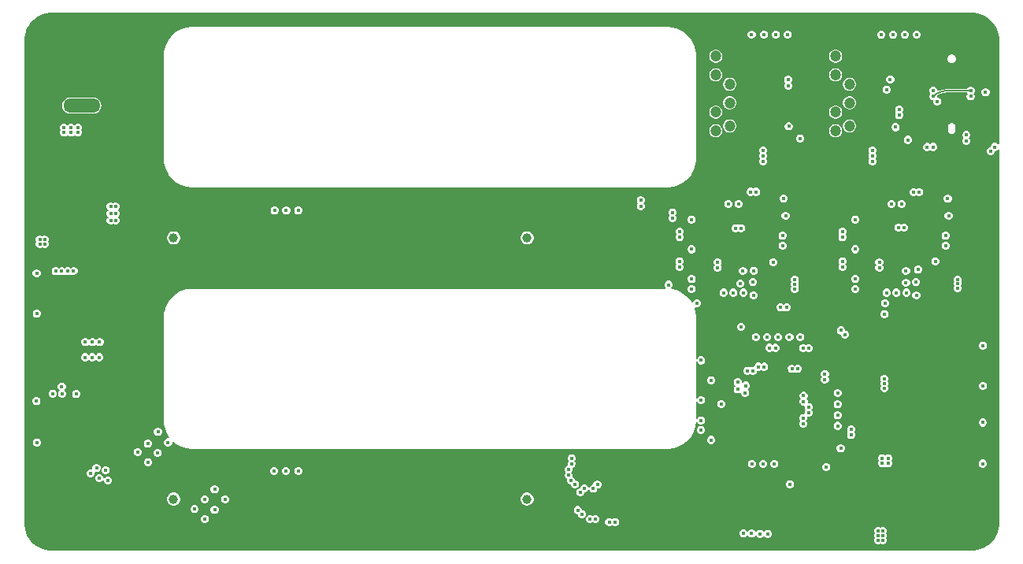
<source format=gbr>
%TF.GenerationSoftware,Altium Limited,Altium Designer,24.0.1 (36)*%
G04 Layer_Physical_Order=2*
G04 Layer_Color=36540*
%FSLAX45Y45*%
%MOMM*%
%TF.SameCoordinates,AAAF7447-B715-4BC7-9B32-5AEFA729C21C*%
%TF.FilePolarity,Positive*%
%TF.FileFunction,Copper,L2,Inr,Signal*%
%TF.Part,Single*%
G01*
G75*
%TA.AperFunction,Conductor*%
%ADD12C,0.12954*%
%TA.AperFunction,ComponentPad*%
%ADD38O,2.99999X1.30000*%
%ADD39O,1.50000X3.29999*%
%ADD40O,3.99999X1.50000*%
%ADD41C,2.99974*%
%ADD42C,1.19888*%
%ADD43C,1.30000*%
%ADD44C,1.00000*%
%TA.AperFunction,ViaPad*%
%ADD45C,0.40000*%
G36*
X10257160Y8882097D02*
X10293764Y8872309D01*
X10328778Y8857821D01*
X10361599Y8838884D01*
X10391662Y8815821D01*
X10418457Y8789026D01*
X10441520Y8758962D01*
X10460456Y8726144D01*
X10474944Y8691129D01*
X10484732Y8654523D01*
X10489654Y8616954D01*
X10489639Y8598008D01*
X10489641Y8598004D01*
X10489639Y8598000D01*
Y7476985D01*
X10483782Y7474200D01*
X10476939Y7473092D01*
X10466298Y7483734D01*
X10450493Y7490280D01*
X10433387D01*
X10417582Y7483734D01*
X10405486Y7471638D01*
X10398940Y7455833D01*
Y7445064D01*
X10390966D01*
X10375162Y7438518D01*
X10363066Y7426422D01*
X10356520Y7410617D01*
Y7393511D01*
X10363066Y7377706D01*
X10375162Y7365610D01*
X10390966Y7359064D01*
X10408073D01*
X10423877Y7365610D01*
X10435973Y7377706D01*
X10442519Y7393511D01*
Y7404280D01*
X10450493D01*
X10466298Y7410826D01*
X10476939Y7421468D01*
X10483782Y7420360D01*
X10489639Y7417575D01*
X10489639Y3398020D01*
X10489639Y3398019D01*
X10489639Y3398018D01*
X10489643Y3379075D01*
X10484704Y3341510D01*
X10474904Y3304915D01*
X10460408Y3269910D01*
X10441468Y3237099D01*
X10418405Y3207040D01*
X10391615Y3180250D01*
X10361556Y3157187D01*
X10328744Y3138246D01*
X10293741Y3123751D01*
X10257145Y3113951D01*
X10219580Y3109012D01*
X10200637Y3109016D01*
X10200636Y3109015D01*
X10200635Y3109016D01*
X300639Y3108995D01*
X281698Y3109002D01*
X244142Y3113958D01*
X207554Y3123771D01*
X172559Y3138274D01*
X139754Y3157219D01*
X109704Y3180280D01*
X82917Y3207068D01*
X59854Y3237120D01*
X40910Y3269924D01*
X26407Y3304918D01*
X16594Y3341506D01*
X11638Y3379062D01*
X11631Y3398003D01*
X11630Y8597999D01*
X11630Y8598000D01*
X11630Y8598002D01*
X11627Y8616944D01*
X16566Y8654509D01*
X26366Y8691105D01*
X40861Y8726110D01*
X59802Y8758921D01*
X82865Y8788979D01*
X109655Y8815769D01*
X139714Y8838832D01*
X172525Y8857772D01*
X207530Y8872268D01*
X244125Y8882068D01*
X281691Y8887007D01*
X300633Y8887004D01*
X300634Y8887004D01*
X300635Y8887004D01*
X10200635Y8887003D01*
X10200639Y8887005D01*
X10200644Y8887003D01*
X10219590Y8887018D01*
X10257160Y8882097D01*
D02*
G37*
%LPC*%
G36*
X6940297Y8736801D02*
X6920632Y8736797D01*
X1820635Y8736797D01*
X1820632Y8736796D01*
X1820631Y8736797D01*
X1800970Y8736790D01*
X1800268Y8736499D01*
X1799535Y8736695D01*
X1760551Y8731551D01*
X1759894Y8731171D01*
X1759141Y8731270D01*
X1721161Y8721083D01*
X1720559Y8720621D01*
X1719800Y8720621D01*
X1683473Y8705566D01*
X1682937Y8705030D01*
X1682184Y8704930D01*
X1648132Y8685265D01*
X1647670Y8684663D01*
X1646937Y8684466D01*
X1615742Y8660526D01*
X1615363Y8659869D01*
X1614661Y8659579D01*
X1586856Y8631773D01*
X1586566Y8631072D01*
X1585908Y8630692D01*
X1561969Y8599498D01*
X1561772Y8598764D01*
X1561170Y8598302D01*
X1541504Y8564251D01*
X1541405Y8563498D01*
X1540868Y8562961D01*
X1525814Y8526635D01*
X1525814Y8525876D01*
X1525351Y8525274D01*
X1515165Y8487294D01*
X1515263Y8486541D01*
X1514884Y8485884D01*
X1509739Y8446900D01*
X1509936Y8446166D01*
X1509645Y8445465D01*
X1509638Y8425804D01*
X1509639Y8425802D01*
X1509638Y8425800D01*
X1509638Y7324700D01*
X1509639Y7324698D01*
X1509638Y7324696D01*
X1509645Y7305035D01*
X1509936Y7304333D01*
X1509740Y7303600D01*
X1514884Y7264616D01*
X1515264Y7263959D01*
X1515165Y7263206D01*
X1525352Y7225226D01*
X1525814Y7224624D01*
X1525814Y7223865D01*
X1540869Y7187539D01*
X1541406Y7187002D01*
X1541505Y7186249D01*
X1561170Y7152198D01*
X1561772Y7151736D01*
X1561969Y7151002D01*
X1585908Y7119807D01*
X1586566Y7119428D01*
X1586856Y7118726D01*
X1614661Y7090921D01*
X1615363Y7090631D01*
X1615742Y7089973D01*
X1646937Y7066034D01*
X1647670Y7065837D01*
X1648133Y7065235D01*
X1682184Y7045570D01*
X1682937Y7045471D01*
X1683474Y7044934D01*
X1719800Y7029879D01*
X1720559Y7029879D01*
X1721161Y7029416D01*
X1759141Y7019230D01*
X1759893Y7019329D01*
X1760551Y7018949D01*
X1799535Y7013805D01*
X1800268Y7014001D01*
X1800970Y7013710D01*
X1820631Y7013703D01*
X1820633Y7013704D01*
X1820635Y7013703D01*
X6920633Y7013703D01*
X6940297Y7013699D01*
X6940999Y7013989D01*
X6941733Y7013792D01*
X6980725Y7018919D01*
X6981384Y7019299D01*
X6982136Y7019200D01*
X7020126Y7029374D01*
X7020729Y7029836D01*
X7021489D01*
X7057825Y7044882D01*
X7058362Y7045419D01*
X7059115Y7045519D01*
X7093176Y7065180D01*
X7093638Y7065783D01*
X7094372Y7065980D01*
X7125575Y7089920D01*
X7125955Y7090578D01*
X7126656Y7090869D01*
X7154465Y7118678D01*
X7154756Y7119380D01*
X7155414Y7119760D01*
X7179355Y7150962D01*
X7179551Y7151696D01*
X7180154Y7152158D01*
X7199816Y7186219D01*
X7199915Y7186972D01*
X7200452Y7187510D01*
X7215499Y7223846D01*
Y7224606D01*
X7215961Y7225209D01*
X7226135Y7263198D01*
X7226035Y7263951D01*
X7226415Y7264609D01*
X7231542Y7303602D01*
X7231345Y7304336D01*
X7231636Y7305038D01*
X7231632Y7324702D01*
X7231632Y8425800D01*
X7231632Y8425801D01*
X7231636Y8445462D01*
X7231345Y8446163D01*
X7231542Y8446898D01*
X7226416Y8485890D01*
X7226036Y8486549D01*
X7226135Y8487302D01*
X7215961Y8525291D01*
X7215499Y8525894D01*
Y8526654D01*
X7200452Y8562990D01*
X7199915Y8563527D01*
X7199816Y8564281D01*
X7180154Y8598341D01*
X7179552Y8598804D01*
X7179355Y8599538D01*
X7155414Y8630740D01*
X7154757Y8631120D01*
X7154466Y8631822D01*
X7126657Y8659631D01*
X7125955Y8659922D01*
X7125575Y8660580D01*
X7094373Y8684520D01*
X7093639Y8684717D01*
X7093176Y8685319D01*
X7059115Y8704981D01*
X7058362Y8705080D01*
X7057825Y8705618D01*
X7021489Y8720664D01*
X7020729D01*
X7020126Y8721127D01*
X6982136Y8731300D01*
X6981383Y8731201D01*
X6980725Y8731581D01*
X6941732Y8736707D01*
X6940998Y8736511D01*
X6940297Y8736801D01*
D02*
G37*
G36*
X9613253Y8696780D02*
X9596147D01*
X9580342Y8690234D01*
X9568246Y8678138D01*
X9561700Y8662333D01*
Y8645227D01*
X9568246Y8629422D01*
X9580342Y8617326D01*
X9596147Y8610780D01*
X9613253D01*
X9629057Y8617326D01*
X9641153Y8629422D01*
X9647700Y8645227D01*
Y8662333D01*
X9641153Y8678138D01*
X9629057Y8690234D01*
X9613253Y8696780D01*
D02*
G37*
G36*
X8227033D02*
X8209927D01*
X8194123Y8690234D01*
X8182027Y8678138D01*
X8175480Y8662333D01*
Y8645227D01*
X8182027Y8629422D01*
X8194123Y8617326D01*
X8209927Y8610780D01*
X8227033D01*
X8242838Y8617326D01*
X8254934Y8629422D01*
X8261480Y8645227D01*
Y8662333D01*
X8254934Y8678138D01*
X8242838Y8690234D01*
X8227033Y8696780D01*
D02*
G37*
G36*
X7973033D02*
X7955927D01*
X7940123Y8690234D01*
X7928027Y8678138D01*
X7921480Y8662333D01*
Y8645227D01*
X7928027Y8629422D01*
X7940123Y8617326D01*
X7955927Y8610780D01*
X7973033D01*
X7988838Y8617326D01*
X8000934Y8629422D01*
X8007480Y8645227D01*
Y8662333D01*
X8000934Y8678138D01*
X7988838Y8690234D01*
X7973033Y8696780D01*
D02*
G37*
G36*
X7839373D02*
X7822267D01*
X7806462Y8690234D01*
X7794366Y8678138D01*
X7787820Y8662333D01*
Y8645227D01*
X7794366Y8629422D01*
X7806462Y8617326D01*
X7822267Y8610780D01*
X7839373D01*
X7855178Y8617326D01*
X7867274Y8629422D01*
X7873820Y8645227D01*
Y8662333D01*
X7867274Y8678138D01*
X7855178Y8690234D01*
X7839373Y8696780D01*
D02*
G37*
G36*
X8100033Y8695510D02*
X8082927D01*
X8067123Y8688964D01*
X8055027Y8676868D01*
X8048480Y8661063D01*
Y8643957D01*
X8055027Y8628152D01*
X8067123Y8616056D01*
X8082927Y8609510D01*
X8100033D01*
X8115838Y8616056D01*
X8127934Y8628152D01*
X8134480Y8643957D01*
Y8661063D01*
X8127934Y8676868D01*
X8115838Y8688964D01*
X8100033Y8695510D01*
D02*
G37*
G36*
X9486253Y8694240D02*
X9469147D01*
X9453342Y8687694D01*
X9441246Y8675598D01*
X9434700Y8659793D01*
Y8642687D01*
X9441246Y8626882D01*
X9453342Y8614786D01*
X9469147Y8608240D01*
X9486253D01*
X9502057Y8614786D01*
X9514153Y8626882D01*
X9520700Y8642687D01*
Y8659793D01*
X9514153Y8675598D01*
X9502057Y8687694D01*
X9486253Y8694240D01*
D02*
G37*
G36*
X9359253D02*
X9342147D01*
X9326342Y8687694D01*
X9314246Y8675598D01*
X9307700Y8659793D01*
Y8642687D01*
X9314246Y8626882D01*
X9326342Y8614786D01*
X9342147Y8608240D01*
X9359253D01*
X9375057Y8614786D01*
X9387153Y8626882D01*
X9393700Y8642687D01*
Y8659793D01*
X9387153Y8675598D01*
X9375057Y8687694D01*
X9359253Y8694240D01*
D02*
G37*
G36*
X9232253D02*
X9215147D01*
X9199342Y8687694D01*
X9187246Y8675598D01*
X9180700Y8659793D01*
Y8642687D01*
X9187246Y8626882D01*
X9199342Y8614786D01*
X9215147Y8608240D01*
X9232253D01*
X9248057Y8614786D01*
X9260153Y8626882D01*
X9266700Y8642687D01*
Y8659793D01*
X9260153Y8675598D01*
X9248057Y8687694D01*
X9232253Y8694240D01*
D02*
G37*
G36*
X9988776Y8440322D02*
X9975648D01*
X9973627Y8439485D01*
X9971440D01*
X9959311Y8434461D01*
X9957764Y8432915D01*
X9955743Y8432078D01*
X9946460Y8422795D01*
X9945623Y8420773D01*
X9944077Y8419227D01*
X9939053Y8407098D01*
Y8404911D01*
X9938216Y8402890D01*
Y8389762D01*
X9939053Y8387741D01*
Y8385553D01*
X9944077Y8373424D01*
X9945623Y8371878D01*
X9946460Y8369857D01*
X9955743Y8360574D01*
X9957764Y8359737D01*
X9959311Y8358190D01*
X9971440Y8353166D01*
X9973627D01*
X9975648Y8352329D01*
X9988776D01*
X9990797Y8353166D01*
X9992985D01*
X10005114Y8358190D01*
X10006660Y8359737D01*
X10008681Y8360574D01*
X10017964Y8369857D01*
X10018801Y8371877D01*
X10020348Y8373424D01*
X10025372Y8385553D01*
Y8387741D01*
X10026209Y8389762D01*
Y8402890D01*
X10025372Y8404911D01*
Y8407098D01*
X10020348Y8419227D01*
X10018801Y8420774D01*
X10017964Y8422795D01*
X10008681Y8432078D01*
X10006660Y8432915D01*
X10005113Y8434461D01*
X9992985Y8439485D01*
X9990797D01*
X9988776Y8440322D01*
D02*
G37*
G36*
X8742197Y8491474D02*
X8723739D01*
X8705909Y8486697D01*
X8689923Y8477467D01*
X8676871Y8464415D01*
X8667642Y8448429D01*
X8662864Y8430599D01*
Y8412141D01*
X8667642Y8394311D01*
X8676871Y8378325D01*
X8689923Y8365273D01*
X8705909Y8356043D01*
X8723739Y8351266D01*
X8742197D01*
X8760027Y8356043D01*
X8776013Y8365273D01*
X8789065Y8378325D01*
X8798295Y8394311D01*
X8803072Y8412141D01*
Y8430599D01*
X8798295Y8448429D01*
X8789065Y8464415D01*
X8776013Y8477467D01*
X8760027Y8486697D01*
X8742197Y8491474D01*
D02*
G37*
G36*
X7453715D02*
X7435257D01*
X7417427Y8486697D01*
X7401441Y8477467D01*
X7388389Y8464415D01*
X7379159Y8448429D01*
X7374382Y8430599D01*
Y8412141D01*
X7379159Y8394311D01*
X7388389Y8378325D01*
X7401441Y8365273D01*
X7417427Y8356043D01*
X7435257Y8351266D01*
X7453715D01*
X7471545Y8356043D01*
X7487531Y8365273D01*
X7500583Y8378325D01*
X7509813Y8394311D01*
X7514590Y8412141D01*
Y8430599D01*
X7509813Y8448429D01*
X7500583Y8464415D01*
X7487531Y8477467D01*
X7471545Y8486697D01*
X7453715Y8491474D01*
D02*
G37*
G36*
X8742197Y8291322D02*
X8723739D01*
X8705909Y8286545D01*
X8689923Y8277315D01*
X8676871Y8264263D01*
X8667642Y8248277D01*
X8662864Y8230447D01*
Y8211989D01*
X8667642Y8194159D01*
X8676871Y8178173D01*
X8689923Y8165121D01*
X8705909Y8155891D01*
X8723739Y8151114D01*
X8742197D01*
X8760027Y8155891D01*
X8776013Y8165121D01*
X8789065Y8178173D01*
X8798295Y8194159D01*
X8803072Y8211989D01*
Y8230447D01*
X8798295Y8248277D01*
X8789065Y8264263D01*
X8776013Y8277315D01*
X8760027Y8286545D01*
X8742197Y8291322D01*
D02*
G37*
G36*
X7453715D02*
X7435257D01*
X7417427Y8286545D01*
X7401441Y8277315D01*
X7388389Y8264263D01*
X7379159Y8248277D01*
X7374382Y8230447D01*
Y8211989D01*
X7379159Y8194159D01*
X7388389Y8178173D01*
X7401441Y8165121D01*
X7417427Y8155891D01*
X7435257Y8151114D01*
X7453715D01*
X7471545Y8155891D01*
X7487531Y8165121D01*
X7500583Y8178173D01*
X7509813Y8194159D01*
X7514590Y8211989D01*
Y8230447D01*
X7509813Y8248277D01*
X7500583Y8264263D01*
X7487531Y8277315D01*
X7471545Y8286545D01*
X7453715Y8291322D01*
D02*
G37*
G36*
X9329669Y8216677D02*
X9312562D01*
X9296758Y8210131D01*
X9284662Y8198035D01*
X9278116Y8182230D01*
Y8165124D01*
X9284662Y8149319D01*
X9296758Y8137224D01*
X9312562Y8130677D01*
X9329669D01*
X9345473Y8137224D01*
X9357569Y8149319D01*
X9364115Y8165124D01*
Y8182230D01*
X9357569Y8198035D01*
X9345473Y8210131D01*
X9329669Y8216677D01*
D02*
G37*
G36*
X8230533Y8211640D02*
X8213427D01*
X8197622Y8205094D01*
X8185526Y8192998D01*
X8178980Y8177193D01*
Y8160087D01*
X8185526Y8144282D01*
X8194130Y8135678D01*
X8189582Y8131130D01*
X8183036Y8115326D01*
Y8098220D01*
X8189582Y8082415D01*
X8201678Y8070319D01*
X8217483Y8063773D01*
X8234589D01*
X8250393Y8070319D01*
X8262489Y8082415D01*
X8269036Y8098220D01*
Y8115326D01*
X8262489Y8131130D01*
X8253885Y8139734D01*
X8258434Y8144282D01*
X8264980Y8160087D01*
Y8177193D01*
X8258434Y8192998D01*
X8246338Y8205094D01*
X8230533Y8211640D01*
D02*
G37*
G36*
X8892057Y8191500D02*
X8873599D01*
X8855769Y8186723D01*
X8839783Y8177493D01*
X8826731Y8164441D01*
X8817502Y8148455D01*
X8812724Y8130625D01*
Y8112167D01*
X8817502Y8094337D01*
X8826731Y8078351D01*
X8839783Y8065299D01*
X8855769Y8056069D01*
X8873599Y8051292D01*
X8892057D01*
X8909887Y8056069D01*
X8925873Y8065299D01*
X8938925Y8078351D01*
X8948155Y8094337D01*
X8952932Y8112167D01*
Y8130625D01*
X8948155Y8148455D01*
X8938925Y8164441D01*
X8925873Y8177493D01*
X8909887Y8186723D01*
X8892057Y8191500D01*
D02*
G37*
G36*
X7603575D02*
X7585117D01*
X7567287Y8186723D01*
X7551301Y8177493D01*
X7538249Y8164441D01*
X7529019Y8148455D01*
X7524242Y8130625D01*
Y8112167D01*
X7529019Y8094337D01*
X7538249Y8078351D01*
X7551301Y8065299D01*
X7567287Y8056069D01*
X7585117Y8051292D01*
X7603575D01*
X7621405Y8056069D01*
X7637391Y8065299D01*
X7650443Y8078351D01*
X7659673Y8094337D01*
X7664450Y8112167D01*
Y8130625D01*
X7659673Y8148455D01*
X7650443Y8164441D01*
X7637391Y8177493D01*
X7621405Y8186723D01*
X7603575Y8191500D01*
D02*
G37*
G36*
X9289713Y8107500D02*
X9272607D01*
X9256802Y8100954D01*
X9244706Y8088858D01*
X9238160Y8073053D01*
Y8055947D01*
X9244706Y8040142D01*
X9256802Y8028046D01*
X9272607Y8021500D01*
X9289713D01*
X9305518Y8028046D01*
X9317614Y8040142D01*
X9324160Y8055947D01*
Y8073053D01*
X9317614Y8088858D01*
X9305518Y8100954D01*
X9289713Y8107500D01*
D02*
G37*
G36*
X10353973Y8077020D02*
X10336867D01*
X10321062Y8070474D01*
X10308966Y8058378D01*
X10302420Y8042573D01*
Y8025467D01*
X10308966Y8009662D01*
X10321062Y7997566D01*
X10336867Y7991020D01*
X10353973D01*
X10369778Y7997566D01*
X10381874Y8009662D01*
X10388420Y8025467D01*
Y8042573D01*
X10381874Y8058378D01*
X10369778Y8070474D01*
X10353973Y8077020D01*
D02*
G37*
G36*
X9790093Y8095333D02*
X9772987D01*
X9757182Y8088786D01*
X9745086Y8076690D01*
X9738540Y8060886D01*
Y8043779D01*
X9745086Y8027975D01*
X9751729Y8021333D01*
X9745086Y8014690D01*
X9738540Y7998886D01*
Y7981780D01*
X9745086Y7965975D01*
X9757182Y7953879D01*
X9772987Y7947333D01*
X9782699D01*
X9784916Y7944014D01*
Y7926908D01*
X9791463Y7911104D01*
X9803559Y7899008D01*
X9819363Y7892461D01*
X9836470D01*
X9852274Y7899008D01*
X9864370Y7911104D01*
X9870916Y7926908D01*
Y7944015D01*
X9864370Y7959819D01*
X9852274Y7971915D01*
X9836470Y7978461D01*
X9826757D01*
X9824540Y7981780D01*
Y7998886D01*
X9823142Y8002262D01*
X9856393Y8020035D01*
X9894219Y8031509D01*
X9933467Y8035375D01*
X9933558Y8035357D01*
X10145883D01*
X10148946Y8027962D01*
X10155589Y8021320D01*
X10148946Y8014678D01*
X10142400Y7998873D01*
Y7981767D01*
X10148946Y7965962D01*
X10161042Y7953866D01*
X10176847Y7947320D01*
X10193953D01*
X10209758Y7953866D01*
X10221854Y7965962D01*
X10228400Y7981767D01*
Y7998873D01*
X10221854Y8014678D01*
X10215211Y8021320D01*
X10221854Y8027962D01*
X10228400Y8043767D01*
Y8060873D01*
X10221854Y8076678D01*
X10209758Y8088774D01*
X10193953Y8095320D01*
X10176847D01*
X10161042Y8088774D01*
X10148946Y8076678D01*
X10145883Y8069283D01*
X9933558D01*
Y8070095D01*
X9887448Y8065554D01*
X9843109Y8052104D01*
X9837240Y8048967D01*
X9824540Y8056579D01*
Y8060886D01*
X9817994Y8076690D01*
X9805898Y8088786D01*
X9790093Y8095333D01*
D02*
G37*
G36*
X8892057Y7991348D02*
X8873599D01*
X8855769Y7986571D01*
X8839783Y7977341D01*
X8826731Y7964289D01*
X8817502Y7948303D01*
X8812724Y7930473D01*
Y7912015D01*
X8817502Y7894185D01*
X8826731Y7878199D01*
X8839783Y7865147D01*
X8855769Y7855917D01*
X8873599Y7851140D01*
X8892057D01*
X8909887Y7855917D01*
X8925873Y7865147D01*
X8938925Y7878199D01*
X8948155Y7894185D01*
X8952932Y7912015D01*
Y7930473D01*
X8948155Y7948303D01*
X8938925Y7964289D01*
X8925873Y7977341D01*
X8909887Y7986571D01*
X8892057Y7991348D01*
D02*
G37*
G36*
X7603575D02*
X7585117D01*
X7567287Y7986571D01*
X7551301Y7977341D01*
X7538249Y7964289D01*
X7529019Y7948303D01*
X7524242Y7930473D01*
Y7912015D01*
X7529019Y7894185D01*
X7538249Y7878199D01*
X7551301Y7865147D01*
X7567287Y7855917D01*
X7585117Y7851140D01*
X7603575D01*
X7621405Y7855917D01*
X7637391Y7865147D01*
X7650443Y7878199D01*
X7659673Y7894185D01*
X7664450Y7912015D01*
Y7930473D01*
X7659673Y7948303D01*
X7650443Y7964289D01*
X7637391Y7977341D01*
X7621405Y7986571D01*
X7603575Y7991348D01*
D02*
G37*
G36*
X752377Y7977657D02*
X502378D01*
X480147Y7974730D01*
X459430Y7966149D01*
X441641Y7952499D01*
X427991Y7934710D01*
X419410Y7913993D01*
X416483Y7891762D01*
X419410Y7869531D01*
X427991Y7848815D01*
X441641Y7831025D01*
X459430Y7817375D01*
X480147Y7808794D01*
X502378Y7805868D01*
X752377D01*
X774608Y7808794D01*
X795325Y7817375D01*
X813114Y7831025D01*
X826764Y7848815D01*
X835345Y7869531D01*
X838272Y7891762D01*
X835345Y7913993D01*
X826764Y7934710D01*
X813114Y7952499D01*
X795325Y7966149D01*
X774608Y7974730D01*
X752377Y7977657D01*
D02*
G37*
G36*
X8742197Y7891526D02*
X8723739D01*
X8705909Y7886749D01*
X8689923Y7877519D01*
X8676871Y7864467D01*
X8667642Y7848481D01*
X8662864Y7830651D01*
Y7812193D01*
X8667642Y7794363D01*
X8676871Y7778377D01*
X8689923Y7765325D01*
X8705909Y7756095D01*
X8723739Y7751318D01*
X8742197D01*
X8760027Y7756095D01*
X8776013Y7765325D01*
X8789065Y7778377D01*
X8798295Y7794363D01*
X8803072Y7812193D01*
Y7830651D01*
X8798295Y7848481D01*
X8789065Y7864467D01*
X8776013Y7877519D01*
X8760027Y7886749D01*
X8742197Y7891526D01*
D02*
G37*
G36*
X7453715D02*
X7435257D01*
X7417427Y7886749D01*
X7401441Y7877519D01*
X7388389Y7864467D01*
X7379159Y7848481D01*
X7374382Y7830651D01*
Y7812193D01*
X7379159Y7794363D01*
X7388389Y7778377D01*
X7401441Y7765325D01*
X7417427Y7756095D01*
X7435257Y7751318D01*
X7453715D01*
X7471545Y7756095D01*
X7487531Y7765325D01*
X7500583Y7778377D01*
X7509813Y7794363D01*
X7514590Y7812193D01*
Y7830651D01*
X7509813Y7848481D01*
X7500583Y7864467D01*
X7487531Y7877519D01*
X7471545Y7886749D01*
X7453715Y7891526D01*
D02*
G37*
G36*
X9424330Y7893372D02*
X9407223D01*
X9391419Y7886825D01*
X9379323Y7874729D01*
X9372777Y7858925D01*
Y7841818D01*
X9379323Y7826014D01*
X9386134Y7819204D01*
X9379660Y7812730D01*
X9373114Y7796926D01*
Y7779820D01*
X9379660Y7764015D01*
X9391756Y7751919D01*
X9407561Y7745373D01*
X9424667D01*
X9440472Y7751919D01*
X9452568Y7764015D01*
X9459114Y7779820D01*
Y7796926D01*
X9452568Y7812730D01*
X9445757Y7819541D01*
X9452230Y7826014D01*
X9458776Y7841818D01*
Y7858925D01*
X9452230Y7874729D01*
X9440134Y7886825D01*
X9424330Y7893372D01*
D02*
G37*
G36*
X9987951Y7705508D02*
X9976468D01*
X9974456Y7704674D01*
X9972279Y7704679D01*
X9961662Y7700304D01*
X9960120Y7698767D01*
X9958104Y7697940D01*
X9949955Y7689850D01*
X9949114Y7687841D01*
X9947566Y7686309D01*
X9943115Y7675725D01*
X9943103Y7673547D01*
X9942255Y7671541D01*
X9942214Y7665799D01*
X9942229Y7665761D01*
X9942213Y7665723D01*
X9942203Y7624501D01*
X9942316Y7624229D01*
X9942217Y7623951D01*
X9942495Y7618370D01*
X9943403Y7616452D01*
X9943483Y7614332D01*
X9948142Y7604172D01*
X9949697Y7602729D01*
X9950558Y7600789D01*
X9958656Y7593084D01*
X9960636Y7592322D01*
X9962154Y7590840D01*
X9972534Y7586691D01*
X9974655Y7586718D01*
X9976616Y7585906D01*
X9982204Y7585906D01*
X9982205Y7585906D01*
X9982205Y7585906D01*
X9987770D01*
X9989723Y7586715D01*
X9991836Y7586685D01*
X10002179Y7590801D01*
X10003694Y7592275D01*
X10005669Y7593029D01*
X10013757Y7600677D01*
X10014620Y7602606D01*
X10016176Y7604037D01*
X10020863Y7614133D01*
X10020951Y7616245D01*
X10021868Y7618149D01*
X10022179Y7623706D01*
X10022070Y7624015D01*
X10022196Y7624318D01*
X10022206Y7665717D01*
X10022189Y7665758D01*
X10022206Y7665799D01*
X10022165Y7671540D01*
X10021317Y7673547D01*
X10021305Y7675725D01*
X10016853Y7686309D01*
X10015305Y7687841D01*
X10014464Y7689850D01*
X10006316Y7697940D01*
X10004300Y7698767D01*
X10002757Y7700304D01*
X9992141Y7704679D01*
X9989963Y7704674D01*
X9987951Y7705508D01*
D02*
G37*
G36*
X597833Y7696020D02*
X580727D01*
X564922Y7689474D01*
X559477Y7684028D01*
X551180Y7678479D01*
X542883Y7684028D01*
X537438Y7689474D01*
X521633Y7696020D01*
X504527D01*
X488722Y7689474D01*
X483277Y7684028D01*
X474980Y7678479D01*
X466683Y7684028D01*
X461238Y7689474D01*
X445433Y7696020D01*
X428327D01*
X412522Y7689474D01*
X400426Y7677378D01*
X393880Y7661573D01*
Y7644467D01*
X400426Y7628662D01*
X401469Y7627620D01*
X400426Y7626578D01*
X393880Y7610773D01*
Y7593667D01*
X400426Y7577862D01*
X412522Y7565766D01*
X428327Y7559220D01*
X445433D01*
X461238Y7565766D01*
X466683Y7571212D01*
X474980Y7576761D01*
X483277Y7571212D01*
X488722Y7565766D01*
X504527Y7559220D01*
X521633D01*
X537438Y7565766D01*
X542883Y7571212D01*
X551180Y7576761D01*
X559477Y7571212D01*
X564922Y7565766D01*
X580727Y7559220D01*
X597833D01*
X613638Y7565766D01*
X625734Y7577862D01*
X632280Y7593667D01*
Y7610773D01*
X625734Y7626578D01*
X624691Y7627620D01*
X625734Y7628662D01*
X632280Y7644467D01*
Y7661573D01*
X625734Y7677378D01*
X613638Y7689474D01*
X597833Y7696020D01*
D02*
G37*
G36*
X8237874Y7711454D02*
X8220768D01*
X8204964Y7704908D01*
X8192868Y7692812D01*
X8186321Y7677008D01*
Y7659901D01*
X8192868Y7644097D01*
X8204964Y7632001D01*
X8220768Y7625455D01*
X8237874D01*
X8253679Y7632001D01*
X8265775Y7644097D01*
X8272321Y7659901D01*
Y7677008D01*
X8265775Y7692812D01*
X8253679Y7704908D01*
X8237874Y7711454D01*
D02*
G37*
G36*
X9386553Y7702751D02*
X9369447D01*
X9353642Y7696205D01*
X9341546Y7684109D01*
X9335000Y7668305D01*
Y7651198D01*
X9341546Y7635394D01*
X9353642Y7623298D01*
X9369447Y7616752D01*
X9386553D01*
X9402358Y7623298D01*
X9414454Y7635394D01*
X9421000Y7651198D01*
Y7668305D01*
X9414454Y7684109D01*
X9402358Y7696205D01*
X9386553Y7702751D01*
D02*
G37*
G36*
X8892057Y7741412D02*
X8873599D01*
X8855769Y7736635D01*
X8839783Y7727405D01*
X8826731Y7714353D01*
X8817502Y7698367D01*
X8812724Y7680537D01*
Y7662079D01*
X8817502Y7644249D01*
X8826731Y7628263D01*
X8839783Y7615211D01*
X8855769Y7605981D01*
X8873599Y7601204D01*
X8892057D01*
X8909887Y7605981D01*
X8925873Y7615211D01*
X8938925Y7628263D01*
X8948155Y7644249D01*
X8952932Y7662079D01*
Y7680537D01*
X8948155Y7698367D01*
X8938925Y7714353D01*
X8925873Y7727405D01*
X8909887Y7736635D01*
X8892057Y7741412D01*
D02*
G37*
G36*
X7603575D02*
X7585117D01*
X7567287Y7736635D01*
X7551301Y7727405D01*
X7538249Y7714353D01*
X7529019Y7698367D01*
X7524242Y7680537D01*
Y7662079D01*
X7529019Y7644249D01*
X7538249Y7628263D01*
X7551301Y7615211D01*
X7567287Y7605981D01*
X7585117Y7601204D01*
X7603575D01*
X7621405Y7605981D01*
X7637391Y7615211D01*
X7650443Y7628263D01*
X7659673Y7644249D01*
X7664450Y7662079D01*
Y7680537D01*
X7659673Y7698367D01*
X7650443Y7714353D01*
X7637391Y7727405D01*
X7621405Y7736635D01*
X7603575Y7741412D01*
D02*
G37*
G36*
X8742197Y7691374D02*
X8723739D01*
X8705909Y7686597D01*
X8689923Y7677367D01*
X8676871Y7664315D01*
X8667642Y7648329D01*
X8662864Y7630499D01*
Y7612041D01*
X8667642Y7594211D01*
X8676871Y7578225D01*
X8689923Y7565173D01*
X8705909Y7555943D01*
X8723739Y7551166D01*
X8742197D01*
X8760027Y7555943D01*
X8776013Y7565173D01*
X8789065Y7578225D01*
X8798295Y7594211D01*
X8803072Y7612041D01*
Y7630499D01*
X8798295Y7648329D01*
X8789065Y7664315D01*
X8776013Y7677367D01*
X8760027Y7686597D01*
X8742197Y7691374D01*
D02*
G37*
G36*
X7453715D02*
X7435257D01*
X7417427Y7686597D01*
X7401441Y7677367D01*
X7388389Y7664315D01*
X7379159Y7648329D01*
X7374382Y7630499D01*
Y7612041D01*
X7379159Y7594211D01*
X7388389Y7578225D01*
X7401441Y7565173D01*
X7417427Y7555943D01*
X7435257Y7551166D01*
X7453715D01*
X7471545Y7555943D01*
X7487531Y7565173D01*
X7500583Y7578225D01*
X7509813Y7594211D01*
X7514590Y7612041D01*
Y7630499D01*
X7509813Y7648329D01*
X7500583Y7664315D01*
X7487531Y7677367D01*
X7471545Y7686597D01*
X7453715Y7691374D01*
D02*
G37*
G36*
X8360073Y7581720D02*
X8342967D01*
X8327162Y7575174D01*
X8315066Y7563078D01*
X8308520Y7547273D01*
Y7530167D01*
X8315066Y7514362D01*
X8327162Y7502266D01*
X8342967Y7495720D01*
X8360073D01*
X8375878Y7502266D01*
X8387974Y7514362D01*
X8394520Y7530167D01*
Y7547273D01*
X8387974Y7563078D01*
X8375878Y7575174D01*
X8360073Y7581720D01*
D02*
G37*
G36*
X9518313Y7566480D02*
X9501207D01*
X9485402Y7559934D01*
X9473306Y7547838D01*
X9466760Y7532033D01*
Y7514927D01*
X9473306Y7499122D01*
X9485402Y7487026D01*
X9501207Y7480480D01*
X9518313D01*
X9534118Y7487026D01*
X9546214Y7499122D01*
X9552760Y7514927D01*
Y7532033D01*
X9546214Y7547838D01*
X9534118Y7559934D01*
X9518313Y7566480D01*
D02*
G37*
G36*
X9788994Y7490280D02*
X9771887D01*
X9756083Y7483734D01*
X9749440Y7477091D01*
X9742798Y7483734D01*
X9726994Y7490280D01*
X9709887D01*
X9694083Y7483734D01*
X9681987Y7471638D01*
X9675441Y7455833D01*
Y7438727D01*
X9681987Y7422922D01*
X9694083Y7410826D01*
X9709887Y7404280D01*
X9726994D01*
X9742798Y7410826D01*
X9749440Y7417469D01*
X9756083Y7410826D01*
X9771887Y7404280D01*
X9788994D01*
X9804798Y7410826D01*
X9816894Y7422922D01*
X9823440Y7438727D01*
Y7455833D01*
X9816894Y7471638D01*
X9804798Y7483734D01*
X9788994Y7490280D01*
D02*
G37*
G36*
X10145693Y7617673D02*
X10128587D01*
X10112782Y7611127D01*
X10100686Y7599031D01*
X10094140Y7583226D01*
Y7566120D01*
X10100686Y7550315D01*
X10107329Y7543673D01*
X10100686Y7537031D01*
X10094140Y7521226D01*
Y7504120D01*
X10100686Y7488315D01*
X10112782Y7476219D01*
X10128587Y7469673D01*
X10145693D01*
X10161498Y7476219D01*
X10173594Y7488315D01*
X10180140Y7504120D01*
Y7521226D01*
X10173594Y7537031D01*
X10166951Y7543673D01*
X10173594Y7550315D01*
X10180140Y7566120D01*
Y7583226D01*
X10173594Y7599031D01*
X10161498Y7611127D01*
X10145693Y7617673D01*
D02*
G37*
G36*
X9137313Y7452180D02*
X9120207D01*
X9104402Y7445634D01*
X9092306Y7433538D01*
X9085760Y7417733D01*
Y7400627D01*
X9092306Y7384822D01*
X9097159Y7379970D01*
X9092306Y7375118D01*
X9085760Y7359313D01*
Y7342207D01*
X9092306Y7326402D01*
X9097159Y7321550D01*
X9092306Y7316698D01*
X9085760Y7300893D01*
Y7283787D01*
X9092306Y7267982D01*
X9104402Y7255886D01*
X9120207Y7249340D01*
X9137313D01*
X9153118Y7255886D01*
X9165214Y7267982D01*
X9171760Y7283787D01*
Y7300893D01*
X9165214Y7316698D01*
X9160361Y7321550D01*
X9165214Y7326402D01*
X9171760Y7342207D01*
Y7359313D01*
X9165214Y7375118D01*
X9160361Y7379970D01*
X9165214Y7384822D01*
X9171760Y7400627D01*
Y7417733D01*
X9165214Y7433538D01*
X9153118Y7445634D01*
X9137313Y7452180D01*
D02*
G37*
G36*
X7963833Y7449640D02*
X7946727D01*
X7930922Y7443094D01*
X7918826Y7430998D01*
X7912280Y7415193D01*
Y7398087D01*
X7918826Y7382282D01*
X7923679Y7377430D01*
X7918826Y7372578D01*
X7912280Y7356773D01*
Y7339667D01*
X7918826Y7323862D01*
X7923679Y7319010D01*
X7918826Y7314158D01*
X7912280Y7298353D01*
Y7281247D01*
X7918826Y7265442D01*
X7930922Y7253346D01*
X7946727Y7246800D01*
X7963833D01*
X7979638Y7253346D01*
X7991734Y7265442D01*
X7998280Y7281247D01*
Y7298353D01*
X7991734Y7314158D01*
X7986881Y7319010D01*
X7991734Y7323862D01*
X7998280Y7339667D01*
Y7356773D01*
X7991734Y7372578D01*
X7986881Y7377430D01*
X7991734Y7382282D01*
X7998280Y7398087D01*
Y7415193D01*
X7991734Y7430998D01*
X7979638Y7443094D01*
X7963833Y7449640D01*
D02*
G37*
G36*
X7888153Y7007680D02*
X7871047D01*
X7855242Y7001134D01*
X7848600Y6994491D01*
X7841958Y7001134D01*
X7826153Y7007680D01*
X7809047D01*
X7793242Y7001134D01*
X7781146Y6989038D01*
X7774600Y6973233D01*
Y6956127D01*
X7781146Y6940322D01*
X7793242Y6928226D01*
X7809047Y6921680D01*
X7826153D01*
X7841958Y6928226D01*
X7848600Y6934869D01*
X7855242Y6928226D01*
X7871047Y6921680D01*
X7888153D01*
X7903958Y6928226D01*
X7916054Y6940322D01*
X7922600Y6956127D01*
Y6973233D01*
X7916054Y6989038D01*
X7903958Y7001134D01*
X7888153Y7007680D01*
D02*
G37*
G36*
X9640753Y7005140D02*
X9623647D01*
X9607842Y6998594D01*
X9601200Y6991951D01*
X9594558Y6998594D01*
X9578753Y7005140D01*
X9561647D01*
X9545842Y6998594D01*
X9533746Y6986498D01*
X9527200Y6970693D01*
Y6953587D01*
X9533746Y6937782D01*
X9545842Y6925686D01*
X9561647Y6919140D01*
X9578753D01*
X9594558Y6925686D01*
X9601200Y6932329D01*
X9607842Y6925686D01*
X9623647Y6919140D01*
X9640753D01*
X9656558Y6925686D01*
X9668654Y6937782D01*
X9675200Y6953587D01*
Y6970693D01*
X9668654Y6986498D01*
X9656558Y6998594D01*
X9640753Y7005140D01*
D02*
G37*
G36*
X9947176Y6934275D02*
X9930070D01*
X9914265Y6927729D01*
X9902169Y6915633D01*
X9895623Y6899829D01*
Y6882722D01*
X9902169Y6866918D01*
X9914265Y6854822D01*
X9930070Y6848276D01*
X9947176D01*
X9962980Y6854822D01*
X9975076Y6866918D01*
X9981623Y6882722D01*
Y6899829D01*
X9975076Y6915633D01*
X9962980Y6927729D01*
X9947176Y6934275D01*
D02*
G37*
G36*
X8182273Y6934020D02*
X8165167D01*
X8149362Y6927474D01*
X8137266Y6915378D01*
X8130720Y6899573D01*
Y6882467D01*
X8137266Y6866662D01*
X8149362Y6854566D01*
X8165167Y6848020D01*
X8182273D01*
X8198078Y6854566D01*
X8210174Y6866662D01*
X8216720Y6882467D01*
Y6899573D01*
X8210174Y6915378D01*
X8198078Y6927474D01*
X8182273Y6934020D01*
D02*
G37*
G36*
X999153Y6850200D02*
X982047D01*
X966242Y6843654D01*
X965200Y6842611D01*
X964158Y6843654D01*
X948353Y6850200D01*
X931247D01*
X915442Y6843654D01*
X903346Y6831558D01*
X896800Y6815753D01*
Y6798647D01*
X903346Y6782842D01*
X908792Y6777397D01*
X914341Y6769100D01*
X908792Y6760803D01*
X903346Y6755358D01*
X896800Y6739553D01*
Y6722447D01*
X903346Y6706642D01*
X908792Y6701197D01*
X914341Y6692900D01*
X908792Y6684603D01*
X903346Y6679158D01*
X896800Y6663353D01*
Y6646247D01*
X903346Y6630442D01*
X915442Y6618346D01*
X931247Y6611800D01*
X948353D01*
X964158Y6618346D01*
X965200Y6619389D01*
X966242Y6618346D01*
X982047Y6611800D01*
X999153D01*
X1014958Y6618346D01*
X1027054Y6630442D01*
X1033600Y6646247D01*
Y6663353D01*
X1027054Y6679158D01*
X1021608Y6684603D01*
X1016059Y6692900D01*
X1021608Y6701197D01*
X1027054Y6706642D01*
X1033600Y6722447D01*
Y6739553D01*
X1027054Y6755358D01*
X1021608Y6760803D01*
X1016059Y6769100D01*
X1021608Y6777397D01*
X1027054Y6782842D01*
X1033600Y6798647D01*
Y6815753D01*
X1027054Y6831558D01*
X1014958Y6843654D01*
X999153Y6850200D01*
D02*
G37*
G36*
X9449733Y6877420D02*
X9432627D01*
X9416822Y6870873D01*
X9404726Y6858777D01*
X9398180Y6842973D01*
Y6825867D01*
X9404726Y6810062D01*
X9416822Y6797966D01*
X9432627Y6791420D01*
X9449733D01*
X9465538Y6797966D01*
X9477634Y6810062D01*
X9484180Y6825867D01*
Y6842973D01*
X9477634Y6858777D01*
X9465538Y6870873D01*
X9449733Y6877420D01*
D02*
G37*
G36*
X9343053D02*
X9325947D01*
X9310142Y6870873D01*
X9298046Y6858777D01*
X9291500Y6842973D01*
Y6825867D01*
X9298046Y6810062D01*
X9310142Y6797966D01*
X9325947Y6791420D01*
X9343053D01*
X9358858Y6797966D01*
X9370954Y6810062D01*
X9377500Y6825867D01*
Y6842973D01*
X9370954Y6858777D01*
X9358858Y6870873D01*
X9343053Y6877420D01*
D02*
G37*
G36*
X7697133D02*
X7680027D01*
X7664222Y6870873D01*
X7652126Y6858777D01*
X7645580Y6842973D01*
Y6825867D01*
X7652126Y6810062D01*
X7664222Y6797966D01*
X7680027Y6791420D01*
X7697133D01*
X7712938Y6797966D01*
X7725034Y6810062D01*
X7731580Y6825867D01*
Y6842973D01*
X7725034Y6858777D01*
X7712938Y6870873D01*
X7697133Y6877420D01*
D02*
G37*
G36*
X7587913D02*
X7570807D01*
X7555002Y6870873D01*
X7542906Y6858777D01*
X7536360Y6842973D01*
Y6825867D01*
X7542906Y6810062D01*
X7555002Y6797966D01*
X7570807Y6791420D01*
X7587913D01*
X7603718Y6797966D01*
X7615814Y6810062D01*
X7622360Y6825867D01*
Y6842973D01*
X7615814Y6858777D01*
X7603718Y6870873D01*
X7587913Y6877420D01*
D02*
G37*
G36*
X6648113Y6916760D02*
X6631007D01*
X6615202Y6910214D01*
X6603106Y6898118D01*
X6596560Y6882313D01*
Y6865207D01*
X6603106Y6849402D01*
X6609749Y6842760D01*
X6603106Y6836118D01*
X6596560Y6820313D01*
Y6803207D01*
X6603106Y6787402D01*
X6615202Y6775306D01*
X6631007Y6768760D01*
X6648113D01*
X6663918Y6775306D01*
X6676014Y6787402D01*
X6682560Y6803207D01*
Y6820313D01*
X6676014Y6836118D01*
X6669371Y6842760D01*
X6676014Y6849402D01*
X6682560Y6865207D01*
Y6882313D01*
X6676014Y6898118D01*
X6663918Y6910214D01*
X6648113Y6916760D01*
D02*
G37*
G36*
X2965113Y6807020D02*
X2948007D01*
X2932202Y6800474D01*
X2920106Y6788378D01*
X2913560Y6772573D01*
Y6755467D01*
X2920106Y6739662D01*
X2932202Y6727566D01*
X2948007Y6721020D01*
X2965113D01*
X2980918Y6727566D01*
X2993014Y6739662D01*
X2999560Y6755467D01*
Y6772573D01*
X2993014Y6788378D01*
X2980918Y6800474D01*
X2965113Y6807020D01*
D02*
G37*
G36*
X2835573D02*
X2818467D01*
X2802662Y6800474D01*
X2790566Y6788378D01*
X2784020Y6772573D01*
Y6755467D01*
X2790566Y6739662D01*
X2802662Y6727566D01*
X2818467Y6721020D01*
X2835573D01*
X2851378Y6727566D01*
X2863474Y6739662D01*
X2870020Y6755467D01*
Y6772573D01*
X2863474Y6788378D01*
X2851378Y6800474D01*
X2835573Y6807020D01*
D02*
G37*
G36*
X2711113D02*
X2694007D01*
X2678202Y6800474D01*
X2666106Y6788378D01*
X2659560Y6772573D01*
Y6755467D01*
X2666106Y6739662D01*
X2678202Y6727566D01*
X2694007Y6721020D01*
X2711113D01*
X2726918Y6727566D01*
X2739014Y6739662D01*
X2745560Y6755467D01*
Y6772573D01*
X2739014Y6788378D01*
X2726918Y6800474D01*
X2711113Y6807020D01*
D02*
G37*
G36*
X9956655Y6748600D02*
X9939549D01*
X9923744Y6742054D01*
X9911648Y6729958D01*
X9905102Y6714153D01*
Y6697047D01*
X9911648Y6681242D01*
X9923744Y6669146D01*
X9939549Y6662600D01*
X9956655D01*
X9972460Y6669146D01*
X9984556Y6681242D01*
X9991102Y6697047D01*
Y6714153D01*
X9984556Y6729958D01*
X9972460Y6742054D01*
X9956655Y6748600D01*
D02*
G37*
G36*
X8204055D02*
X8186949D01*
X8171144Y6742054D01*
X8159048Y6729958D01*
X8152502Y6714153D01*
Y6697047D01*
X8159048Y6681242D01*
X8171144Y6669146D01*
X8186949Y6662600D01*
X8204055D01*
X8219860Y6669146D01*
X8231956Y6681242D01*
X8238502Y6697047D01*
Y6714153D01*
X8231956Y6729958D01*
X8219860Y6742054D01*
X8204055Y6748600D01*
D02*
G37*
G36*
X6988473Y6785713D02*
X6971367D01*
X6955562Y6779167D01*
X6943466Y6767071D01*
X6936920Y6751267D01*
Y6734160D01*
X6943466Y6718356D01*
X6950109Y6711714D01*
X6943466Y6705071D01*
X6936920Y6689267D01*
Y6672160D01*
X6943466Y6656356D01*
X6955562Y6644260D01*
X6971367Y6637714D01*
X6988473D01*
X7004278Y6644260D01*
X7016374Y6656356D01*
X7022920Y6672160D01*
Y6689267D01*
X7016374Y6705071D01*
X7009731Y6711714D01*
X7016374Y6718356D01*
X7022920Y6734160D01*
Y6751267D01*
X7016374Y6767071D01*
X7004278Y6779167D01*
X6988473Y6785713D01*
D02*
G37*
G36*
X8954571Y6710500D02*
X8937465D01*
X8921661Y6703954D01*
X8909565Y6691858D01*
X8903018Y6676053D01*
Y6658947D01*
X8909565Y6643142D01*
X8921661Y6631046D01*
X8937465Y6624500D01*
X8954571D01*
X8970376Y6631046D01*
X8982472Y6643142D01*
X8989018Y6658947D01*
Y6676053D01*
X8982472Y6691858D01*
X8970376Y6703954D01*
X8954571Y6710500D01*
D02*
G37*
G36*
X7194211D02*
X7177105D01*
X7161301Y6703954D01*
X7149205Y6691858D01*
X7142658Y6676053D01*
Y6658947D01*
X7149205Y6643142D01*
X7161301Y6631046D01*
X7177105Y6624500D01*
X7194211D01*
X7210016Y6631046D01*
X7222112Y6643142D01*
X7228658Y6658947D01*
Y6676053D01*
X7222112Y6691858D01*
X7210016Y6703954D01*
X7194211Y6710500D01*
D02*
G37*
G36*
X9478193Y6621600D02*
X9461087D01*
X9445282Y6615054D01*
X9438640Y6608411D01*
X9431998Y6615054D01*
X9416193Y6621600D01*
X9399087D01*
X9383282Y6615054D01*
X9371186Y6602958D01*
X9364640Y6587153D01*
Y6570047D01*
X9371186Y6554242D01*
X9383282Y6542146D01*
X9399087Y6535600D01*
X9416193D01*
X9431998Y6542146D01*
X9438640Y6548789D01*
X9445282Y6542146D01*
X9461087Y6535600D01*
X9478193D01*
X9493998Y6542146D01*
X9506094Y6554242D01*
X9512640Y6570047D01*
Y6587153D01*
X9506094Y6602958D01*
X9493998Y6615054D01*
X9478193Y6621600D01*
D02*
G37*
G36*
X7665651Y6617061D02*
X7648544D01*
X7632740Y6610515D01*
X7620644Y6598419D01*
X7614098Y6582615D01*
Y6565508D01*
X7620644Y6549704D01*
X7632740Y6537608D01*
X7648544Y6531062D01*
X7665651D01*
X7681455Y6537608D01*
X7687816Y6543969D01*
X7694737Y6537048D01*
X7710542Y6530501D01*
X7727648D01*
X7743452Y6537048D01*
X7755548Y6549144D01*
X7762095Y6564948D01*
Y6582054D01*
X7755548Y6597859D01*
X7743452Y6609955D01*
X7727648Y6616501D01*
X7710542D01*
X7694737Y6609955D01*
X7688376Y6603594D01*
X7681455Y6610515D01*
X7665651Y6617061D01*
D02*
G37*
G36*
X237153Y6494600D02*
X220047D01*
X204242Y6488054D01*
X203200Y6487011D01*
X202158Y6488054D01*
X186353Y6494600D01*
X169247D01*
X153442Y6488054D01*
X141346Y6475958D01*
X134800Y6460153D01*
Y6443047D01*
X141346Y6427242D01*
X142389Y6426200D01*
X141346Y6425158D01*
X134800Y6409353D01*
Y6392247D01*
X141346Y6376442D01*
X153442Y6364346D01*
X169247Y6357800D01*
X186353D01*
X202158Y6364346D01*
X203200Y6365389D01*
X204242Y6364346D01*
X220047Y6357800D01*
X237153D01*
X252958Y6364346D01*
X265054Y6376442D01*
X271600Y6392247D01*
Y6409353D01*
X265054Y6425158D01*
X264011Y6426200D01*
X265054Y6427242D01*
X271600Y6443047D01*
Y6460153D01*
X265054Y6475958D01*
X252958Y6488054D01*
X237153Y6494600D01*
D02*
G37*
G36*
X9924000Y6535240D02*
X9906894D01*
X9891089Y6528694D01*
X9878993Y6516598D01*
X9872447Y6500793D01*
Y6483687D01*
X9878993Y6467882D01*
X9891089Y6455786D01*
X9906894Y6449240D01*
X9924000D01*
X9939805Y6455786D01*
X9951901Y6467882D01*
X9958447Y6483687D01*
Y6500793D01*
X9951901Y6516598D01*
X9939805Y6528694D01*
X9924000Y6535240D01*
D02*
G37*
G36*
X8171400D02*
X8154294D01*
X8138489Y6528694D01*
X8126393Y6516598D01*
X8119847Y6500793D01*
Y6483687D01*
X8126393Y6467882D01*
X8138489Y6455786D01*
X8154294Y6449240D01*
X8171400D01*
X8187205Y6455786D01*
X8199301Y6467882D01*
X8205847Y6483687D01*
Y6500793D01*
X8199301Y6516598D01*
X8187205Y6528694D01*
X8171400Y6535240D01*
D02*
G37*
G36*
X8814733Y6581480D02*
X8797627D01*
X8781822Y6574934D01*
X8769726Y6562838D01*
X8763180Y6547033D01*
Y6529927D01*
X8769726Y6514122D01*
X8776369Y6507480D01*
X8769726Y6500838D01*
X8763180Y6485033D01*
Y6467927D01*
X8769726Y6452122D01*
X8781822Y6440026D01*
X8797627Y6433480D01*
X8814733D01*
X8830538Y6440026D01*
X8842634Y6452122D01*
X8849180Y6467927D01*
Y6485033D01*
X8842634Y6500838D01*
X8835991Y6507480D01*
X8842634Y6514122D01*
X8849180Y6529927D01*
Y6547033D01*
X8842634Y6562838D01*
X8830538Y6574934D01*
X8814733Y6581480D01*
D02*
G37*
G36*
X7064673D02*
X7047567D01*
X7031762Y6574934D01*
X7019666Y6562838D01*
X7013120Y6547033D01*
Y6529927D01*
X7019666Y6514122D01*
X7026309Y6507480D01*
X7019666Y6500838D01*
X7013120Y6485033D01*
Y6467927D01*
X7019666Y6452122D01*
X7031762Y6440026D01*
X7047567Y6433480D01*
X7064673D01*
X7080478Y6440026D01*
X7092574Y6452122D01*
X7099120Y6467927D01*
Y6485033D01*
X7092574Y6500838D01*
X7085931Y6507480D01*
X7092574Y6514122D01*
X7099120Y6529927D01*
Y6547033D01*
X7092574Y6562838D01*
X7080478Y6574934D01*
X7064673Y6581480D01*
D02*
G37*
G36*
X5425353Y6539636D02*
X5406879D01*
X5389035Y6534855D01*
X5373037Y6525618D01*
X5359974Y6512555D01*
X5350737Y6496557D01*
X5345956Y6478713D01*
Y6460239D01*
X5350737Y6442395D01*
X5359974Y6426397D01*
X5373037Y6413334D01*
X5389035Y6404097D01*
X5406879Y6399316D01*
X5425353D01*
X5443197Y6404097D01*
X5459195Y6413334D01*
X5472258Y6426397D01*
X5481494Y6442395D01*
X5486276Y6460239D01*
Y6478713D01*
X5481494Y6496557D01*
X5472258Y6512555D01*
X5459195Y6525618D01*
X5443197Y6534855D01*
X5425353Y6539636D01*
D02*
G37*
G36*
X1625353D02*
X1606879D01*
X1589035Y6534855D01*
X1573037Y6525618D01*
X1559974Y6512555D01*
X1550737Y6496557D01*
X1545956Y6478713D01*
Y6460239D01*
X1550737Y6442395D01*
X1559974Y6426397D01*
X1573037Y6413334D01*
X1589035Y6404097D01*
X1606879Y6399316D01*
X1625353D01*
X1643197Y6404097D01*
X1659195Y6413334D01*
X1672258Y6426397D01*
X1681494Y6442395D01*
X1686276Y6460239D01*
Y6478713D01*
X1681494Y6496557D01*
X1672258Y6512555D01*
X1659195Y6525618D01*
X1643197Y6534855D01*
X1625353Y6539636D01*
D02*
G37*
G36*
X9924000Y6428560D02*
X9906894D01*
X9891089Y6422014D01*
X9878993Y6409918D01*
X9872447Y6394113D01*
Y6377007D01*
X9878993Y6361202D01*
X9891089Y6349106D01*
X9906894Y6342560D01*
X9924000D01*
X9939805Y6349106D01*
X9951901Y6361202D01*
X9958447Y6377007D01*
Y6394113D01*
X9951901Y6409918D01*
X9939805Y6422014D01*
X9924000Y6428560D01*
D02*
G37*
G36*
X8171400D02*
X8154294D01*
X8138489Y6422014D01*
X8126393Y6409918D01*
X8119847Y6394113D01*
Y6377007D01*
X8126393Y6361202D01*
X8138489Y6349106D01*
X8154294Y6342560D01*
X8171400D01*
X8187205Y6349106D01*
X8199301Y6361202D01*
X8205847Y6377007D01*
Y6394113D01*
X8199301Y6409918D01*
X8187205Y6422014D01*
X8171400Y6428560D01*
D02*
G37*
G36*
X8954571Y6390460D02*
X8937465D01*
X8921661Y6383914D01*
X8909565Y6371818D01*
X8903018Y6356013D01*
Y6338907D01*
X8909565Y6323102D01*
X8921661Y6311006D01*
X8937465Y6304460D01*
X8954571D01*
X8970376Y6311006D01*
X8982472Y6323102D01*
X8989018Y6338907D01*
Y6356013D01*
X8982472Y6371818D01*
X8970376Y6383914D01*
X8954571Y6390460D01*
D02*
G37*
G36*
X7194211D02*
X7177105D01*
X7161301Y6383914D01*
X7149205Y6371818D01*
X7142658Y6356013D01*
Y6338907D01*
X7149205Y6323102D01*
X7161301Y6311006D01*
X7177105Y6304460D01*
X7194211D01*
X7210016Y6311006D01*
X7222112Y6323102D01*
X7228658Y6338907D01*
Y6356013D01*
X7222112Y6371818D01*
X7210016Y6383914D01*
X7194211Y6390460D01*
D02*
G37*
G36*
X9813264Y6260620D02*
X9796157D01*
X9780353Y6254074D01*
X9768257Y6241978D01*
X9761710Y6226173D01*
Y6209067D01*
X9768257Y6193262D01*
X9780353Y6181166D01*
X9796157Y6174620D01*
X9813264D01*
X9829068Y6181166D01*
X9841164Y6193262D01*
X9847710Y6209067D01*
Y6226173D01*
X9841164Y6241978D01*
X9829068Y6254074D01*
X9813264Y6260620D01*
D02*
G37*
G36*
X8070513Y6250760D02*
X8053407D01*
X8037602Y6244214D01*
X8025506Y6232118D01*
X8018960Y6216313D01*
Y6199207D01*
X8025506Y6183402D01*
X8037602Y6171306D01*
X8053407Y6164760D01*
X8070513D01*
X8086318Y6171306D01*
X8098414Y6183402D01*
X8104960Y6199207D01*
Y6216313D01*
X8098414Y6232118D01*
X8086318Y6244214D01*
X8070513Y6250760D01*
D02*
G37*
G36*
X549573Y6156780D02*
X532467D01*
X516662Y6150234D01*
X508000Y6141571D01*
X501878Y6147694D01*
X486073Y6154240D01*
X468967D01*
X453162Y6147694D01*
X445770Y6140301D01*
X438378Y6147694D01*
X422573Y6154240D01*
X405467D01*
X389662Y6147694D01*
X381000Y6139031D01*
X372338Y6147694D01*
X356533Y6154240D01*
X339427D01*
X323622Y6147694D01*
X311526Y6135598D01*
X304980Y6119793D01*
Y6102687D01*
X311526Y6086882D01*
X323622Y6074786D01*
X339427Y6068240D01*
X356533D01*
X372338Y6074786D01*
X381000Y6083449D01*
X389662Y6074786D01*
X405467Y6068240D01*
X422573D01*
X438378Y6074786D01*
X445770Y6082179D01*
X453162Y6074786D01*
X468967Y6068240D01*
X486073D01*
X501878Y6074786D01*
X510540Y6083449D01*
X516662Y6077326D01*
X532467Y6070780D01*
X549573D01*
X565378Y6077326D01*
X577474Y6089422D01*
X584020Y6105227D01*
Y6122333D01*
X577474Y6138138D01*
X565378Y6150234D01*
X549573Y6156780D01*
D02*
G37*
G36*
X7062133Y6261440D02*
X7045027D01*
X7029222Y6254894D01*
X7017126Y6242798D01*
X7010580Y6226993D01*
Y6209887D01*
X7017126Y6194082D01*
X7023769Y6187440D01*
X7017126Y6180798D01*
X7010580Y6164993D01*
Y6147887D01*
X7017126Y6132082D01*
X7029222Y6119986D01*
X7045027Y6113440D01*
X7062133D01*
X7077938Y6119986D01*
X7090034Y6132082D01*
X7096580Y6147887D01*
Y6164993D01*
X7090034Y6180798D01*
X7083391Y6187440D01*
X7090034Y6194082D01*
X7096580Y6209887D01*
Y6226993D01*
X7090034Y6242798D01*
X7077938Y6254894D01*
X7062133Y6261440D01*
D02*
G37*
G36*
X8814598Y6260367D02*
X8797491D01*
X8781687Y6253821D01*
X8769591Y6241725D01*
X8763045Y6225920D01*
Y6208814D01*
X8769591Y6193009D01*
X8776302Y6186298D01*
X8769729Y6179725D01*
X8763182Y6163920D01*
Y6146814D01*
X8769729Y6131010D01*
X8781825Y6118914D01*
X8797629Y6112367D01*
X8814735D01*
X8830540Y6118914D01*
X8842636Y6131010D01*
X8849182Y6146814D01*
Y6163920D01*
X8842636Y6179725D01*
X8835925Y6186436D01*
X8842498Y6193009D01*
X8849045Y6208814D01*
Y6225920D01*
X8842498Y6241725D01*
X8830402Y6253821D01*
X8814598Y6260367D01*
D02*
G37*
G36*
X9211516Y6251620D02*
X9194409D01*
X9178605Y6245074D01*
X9166509Y6232978D01*
X9159963Y6217173D01*
Y6200067D01*
X9166509Y6184262D01*
X9173151Y6177620D01*
X9166509Y6170978D01*
X9159963Y6155173D01*
Y6138067D01*
X9166509Y6122263D01*
X9178605Y6110167D01*
X9194409Y6103620D01*
X9211516D01*
X9227320Y6110167D01*
X9239416Y6122263D01*
X9245962Y6138067D01*
Y6155173D01*
X9239416Y6170978D01*
X9232774Y6177620D01*
X9239416Y6184262D01*
X9245962Y6200067D01*
Y6217173D01*
X9239416Y6232978D01*
X9227320Y6245074D01*
X9211516Y6251620D01*
D02*
G37*
G36*
X7473613D02*
X7456507D01*
X7440702Y6245074D01*
X7428606Y6232978D01*
X7422060Y6217173D01*
Y6200067D01*
X7428606Y6184262D01*
X7435249Y6177620D01*
X7428606Y6170978D01*
X7422060Y6155173D01*
Y6138067D01*
X7428606Y6122263D01*
X7440702Y6110167D01*
X7456507Y6103620D01*
X7473613D01*
X7489418Y6110167D01*
X7501514Y6122263D01*
X7508060Y6138067D01*
Y6155173D01*
X7501514Y6170978D01*
X7494871Y6177620D01*
X7501514Y6184262D01*
X7508060Y6200067D01*
Y6217173D01*
X7501514Y6232978D01*
X7489418Y6245074D01*
X7473613Y6251620D01*
D02*
G37*
G36*
X9627568Y6171871D02*
X9610461D01*
X9594657Y6165325D01*
X9582561Y6153229D01*
X9576015Y6137425D01*
Y6120318D01*
X9582561Y6104514D01*
X9594657Y6092418D01*
X9610461Y6085871D01*
X9627568D01*
X9643372Y6092418D01*
X9655468Y6104514D01*
X9662014Y6120318D01*
Y6137425D01*
X9655468Y6153229D01*
X9643372Y6165325D01*
X9627568Y6171871D01*
D02*
G37*
G36*
X7863349Y6160545D02*
X7846242D01*
X7830438Y6153999D01*
X7818342Y6141903D01*
X7811795Y6126098D01*
Y6108992D01*
X7818342Y6093188D01*
X7830438Y6081092D01*
X7846242Y6074545D01*
X7863349D01*
X7879153Y6081092D01*
X7891249Y6093188D01*
X7897795Y6108992D01*
Y6126098D01*
X7891249Y6141903D01*
X7879153Y6153999D01*
X7863349Y6160545D01*
D02*
G37*
G36*
X9498410Y6158364D02*
X9481303D01*
X9465499Y6151818D01*
X9453403Y6139722D01*
X9446857Y6123917D01*
Y6106811D01*
X9453403Y6091007D01*
X9465499Y6078911D01*
X9481303Y6072364D01*
X9498410D01*
X9514214Y6078911D01*
X9526310Y6091007D01*
X9532856Y6106811D01*
Y6123917D01*
X9526310Y6139722D01*
X9514214Y6151818D01*
X9498410Y6158364D01*
D02*
G37*
G36*
X7745810D02*
X7728703D01*
X7712899Y6151818D01*
X7700803Y6139722D01*
X7694257Y6123917D01*
Y6106811D01*
X7700803Y6091007D01*
X7712899Y6078911D01*
X7728703Y6072364D01*
X7745810D01*
X7761614Y6078911D01*
X7773710Y6091007D01*
X7780256Y6106811D01*
Y6123917D01*
X7773710Y6139722D01*
X7761614Y6151818D01*
X7745810Y6158364D01*
D02*
G37*
G36*
X152121Y6131560D02*
X135015D01*
X119211Y6125014D01*
X107115Y6112918D01*
X100568Y6097113D01*
Y6080007D01*
X107115Y6064203D01*
X119211Y6052107D01*
X135015Y6045560D01*
X152121D01*
X167926Y6052107D01*
X180022Y6064203D01*
X186568Y6080007D01*
Y6097113D01*
X180022Y6112918D01*
X167926Y6125014D01*
X152121Y6131560D01*
D02*
G37*
G36*
X8954571Y6070420D02*
X8937465D01*
X8921661Y6063874D01*
X8909565Y6051778D01*
X8903018Y6035973D01*
Y6018867D01*
X8909565Y6003062D01*
X8921661Y5990966D01*
X8937465Y5984420D01*
X8954571D01*
X8970376Y5990966D01*
X8982472Y6003062D01*
X8989018Y6018867D01*
Y6035973D01*
X8982472Y6051778D01*
X8970376Y6063874D01*
X8954571Y6070420D01*
D02*
G37*
G36*
X7194211D02*
X7177105D01*
X7161301Y6063874D01*
X7149205Y6051778D01*
X7142658Y6035973D01*
Y6018867D01*
X7149205Y6003062D01*
X7161301Y5990966D01*
X7177105Y5984420D01*
X7194211D01*
X7210016Y5990966D01*
X7222112Y6003062D01*
X7228658Y6018867D01*
Y6035973D01*
X7222112Y6051778D01*
X7210016Y6063874D01*
X7194211Y6070420D01*
D02*
G37*
G36*
X9605506Y6035917D02*
X9588400D01*
X9572596Y6029370D01*
X9560500Y6017274D01*
X9553953Y6001470D01*
Y5984363D01*
X9560500Y5968559D01*
X9572596Y5956463D01*
X9588400Y5949917D01*
X9605506D01*
X9621311Y5956463D01*
X9633407Y5968559D01*
X9639953Y5984363D01*
Y6001470D01*
X9633407Y6017274D01*
X9621311Y6029370D01*
X9605506Y6035917D01*
D02*
G37*
G36*
X7852906D02*
X7835800D01*
X7819996Y6029370D01*
X7807900Y6017274D01*
X7801353Y6001470D01*
Y5984363D01*
X7807900Y5968559D01*
X7819996Y5956463D01*
X7835800Y5949917D01*
X7852906D01*
X7868711Y5956463D01*
X7880807Y5968559D01*
X7887353Y5984363D01*
Y6001470D01*
X7880807Y6017274D01*
X7868711Y6029370D01*
X7852906Y6035917D01*
D02*
G37*
G36*
X9498410Y6031241D02*
X9481303D01*
X9465499Y6024694D01*
X9453403Y6012598D01*
X9446857Y5996794D01*
Y5979688D01*
X9453403Y5963883D01*
X9465499Y5951787D01*
X9481303Y5945241D01*
X9498410D01*
X9514214Y5951787D01*
X9526310Y5963883D01*
X9532856Y5979688D01*
Y5996794D01*
X9526310Y6012598D01*
X9514214Y6024694D01*
X9498410Y6031241D01*
D02*
G37*
G36*
X7717249Y6020168D02*
X7700142D01*
X7684338Y6013622D01*
X7672242Y6001526D01*
X7665696Y5985721D01*
Y5968615D01*
X7672242Y5952811D01*
X7684338Y5940715D01*
X7700142Y5934168D01*
X7717249D01*
X7733053Y5940715D01*
X7745149Y5952811D01*
X7751695Y5968615D01*
Y5985721D01*
X7745149Y6001526D01*
X7733053Y6013622D01*
X7717249Y6020168D01*
D02*
G37*
G36*
X6947729Y6008471D02*
X6930623D01*
X6914818Y6001925D01*
X6902722Y5989829D01*
X6896176Y5974025D01*
Y5956918D01*
X6902722Y5941114D01*
X6907839Y5935997D01*
X6902579Y5923297D01*
X1820635Y5923297D01*
X1820632Y5923296D01*
X1820631Y5923297D01*
X1800970Y5923290D01*
X1800268Y5922999D01*
X1799535Y5923195D01*
X1760551Y5918051D01*
X1759894Y5917671D01*
X1759141Y5917770D01*
X1721161Y5907583D01*
X1720559Y5907121D01*
X1719800Y5907121D01*
X1683473Y5892066D01*
X1682937Y5891529D01*
X1682184Y5891430D01*
X1648132Y5871765D01*
X1647670Y5871163D01*
X1646937Y5870966D01*
X1615742Y5847026D01*
X1615363Y5846369D01*
X1614661Y5846078D01*
X1586856Y5818273D01*
X1586566Y5817572D01*
X1585908Y5817192D01*
X1561969Y5785998D01*
X1561772Y5785264D01*
X1561170Y5784802D01*
X1541504Y5750751D01*
X1541405Y5749998D01*
X1540868Y5749461D01*
X1525814Y5713135D01*
X1525814Y5712376D01*
X1525351Y5711773D01*
X1515165Y5673794D01*
X1515263Y5673041D01*
X1514884Y5672384D01*
X1509739Y5633399D01*
X1509936Y5632666D01*
X1509645Y5631965D01*
X1509638Y5612304D01*
X1509639Y5612302D01*
X1509638Y5612300D01*
X1509638Y4511200D01*
X1509639Y4511198D01*
X1509638Y4511196D01*
X1509645Y4491535D01*
X1509936Y4490833D01*
X1509740Y4490100D01*
X1514884Y4451116D01*
X1515264Y4450458D01*
X1515165Y4449706D01*
X1525352Y4411726D01*
X1525814Y4411124D01*
X1525814Y4410365D01*
X1540869Y4374038D01*
X1541406Y4373502D01*
X1541505Y4372749D01*
X1561170Y4338698D01*
X1561772Y4338235D01*
X1561969Y4337502D01*
X1570018Y4327013D01*
X1568088Y4321919D01*
X1563014Y4315280D01*
X1548467D01*
X1532662Y4308734D01*
X1520566Y4296638D01*
X1514020Y4280833D01*
Y4263727D01*
X1520566Y4247922D01*
X1532662Y4235826D01*
X1548467Y4229280D01*
X1565573D01*
X1581378Y4235826D01*
X1593474Y4247922D01*
X1600020Y4263727D01*
Y4274102D01*
X1612720Y4279363D01*
X1614661Y4277421D01*
X1615363Y4277131D01*
X1615742Y4276473D01*
X1646937Y4252534D01*
X1647670Y4252337D01*
X1648133Y4251735D01*
X1682184Y4232070D01*
X1682937Y4231970D01*
X1683474Y4231433D01*
X1719800Y4216379D01*
X1720559Y4216379D01*
X1721161Y4215916D01*
X1759141Y4205730D01*
X1759893Y4205829D01*
X1760551Y4205449D01*
X1799535Y4200305D01*
X1800268Y4200501D01*
X1800970Y4200210D01*
X1820631Y4200203D01*
X1820633Y4200204D01*
X1820635Y4200203D01*
X6920633Y4200203D01*
X6940297Y4200199D01*
X6940999Y4200489D01*
X6941733Y4200292D01*
X6980725Y4205419D01*
X6981384Y4205799D01*
X6982136Y4205700D01*
X7020126Y4215873D01*
X7020729Y4216336D01*
X7021489D01*
X7057825Y4231382D01*
X7058362Y4231919D01*
X7059115Y4232018D01*
X7093176Y4251680D01*
X7093638Y4252283D01*
X7094372Y4252480D01*
X7125575Y4276420D01*
X7125955Y4277078D01*
X7126656Y4277369D01*
X7154465Y4305178D01*
X7154756Y4305880D01*
X7155414Y4306260D01*
X7179355Y4337462D01*
X7179551Y4338196D01*
X7180154Y4338658D01*
X7199816Y4372719D01*
X7199915Y4373472D01*
X7200452Y4374010D01*
X7215499Y4410346D01*
Y4411106D01*
X7215961Y4411708D01*
X7226135Y4449698D01*
X7226035Y4450451D01*
X7226415Y4451109D01*
X7231542Y4490102D01*
X7233537Y4492648D01*
X7248109Y4490655D01*
X7250806Y4484142D01*
X7262902Y4472046D01*
X7278707Y4465500D01*
X7295813D01*
X7311618Y4472046D01*
X7323714Y4484142D01*
X7330260Y4499947D01*
Y4517053D01*
X7323714Y4532858D01*
X7311618Y4544954D01*
X7295813Y4551500D01*
X7278707D01*
X7262902Y4544954D01*
X7250806Y4532858D01*
X7244260Y4517053D01*
X7231632Y4517226D01*
Y4715674D01*
X7244260Y4715847D01*
X7250806Y4700042D01*
X7262902Y4687946D01*
X7278707Y4681400D01*
X7295813D01*
X7311618Y4687946D01*
X7323714Y4700042D01*
X7330260Y4715847D01*
Y4732953D01*
X7323714Y4748758D01*
X7311618Y4760854D01*
X7295813Y4767400D01*
X7278707D01*
X7262902Y4760854D01*
X7250806Y4748758D01*
X7244260Y4732953D01*
X7231632Y4733126D01*
X7231632Y5144933D01*
X7244260Y5145107D01*
X7250806Y5129302D01*
X7262902Y5117206D01*
X7278707Y5110660D01*
X7295813D01*
X7311618Y5117206D01*
X7323714Y5129302D01*
X7330260Y5145107D01*
Y5162213D01*
X7323714Y5178018D01*
X7311618Y5190114D01*
X7295813Y5196660D01*
X7278707D01*
X7262902Y5190114D01*
X7250806Y5178018D01*
X7244260Y5162213D01*
X7231632Y5162387D01*
X7231632Y5612300D01*
X7231632Y5612300D01*
X7231636Y5631962D01*
X7231345Y5632663D01*
X7231542Y5633397D01*
X7226416Y5672390D01*
X7226036Y5673049D01*
X7226135Y5673801D01*
X7215961Y5711791D01*
X7215499Y5712394D01*
Y5713154D01*
X7213928Y5716948D01*
X7223649Y5726668D01*
X7232987Y5722800D01*
X7250093D01*
X7265898Y5729346D01*
X7277994Y5741442D01*
X7284540Y5757247D01*
Y5774353D01*
X7277994Y5790158D01*
X7265898Y5802254D01*
X7250093Y5808800D01*
X7232987D01*
X7217182Y5802254D01*
X7205086Y5790158D01*
X7199515Y5776706D01*
X7191477Y5774562D01*
X7185994Y5774725D01*
X7180154Y5784841D01*
X7179552Y5785304D01*
X7179355Y5786038D01*
X7155414Y5817240D01*
X7154757Y5817620D01*
X7154466Y5818322D01*
X7126657Y5846131D01*
X7125955Y5846422D01*
X7125575Y5847079D01*
X7094373Y5871020D01*
X7093639Y5871217D01*
X7093176Y5871819D01*
X7059115Y5891481D01*
X7058362Y5891580D01*
X7057825Y5892118D01*
X7021489Y5907164D01*
X7020729D01*
X7020126Y5907626D01*
X6982136Y5917800D01*
X6981383Y5917701D01*
X6980725Y5918081D01*
X6970907Y5919372D01*
X6967186Y5932670D01*
X6975629Y5941114D01*
X6982176Y5956918D01*
Y5974025D01*
X6975629Y5989829D01*
X6963533Y6001925D01*
X6947729Y6008471D01*
D02*
G37*
G36*
X10054250Y6065343D02*
X10037143D01*
X10021339Y6058797D01*
X10009243Y6046701D01*
X10002697Y6030897D01*
Y6013790D01*
X10008097Y6000754D01*
X10002697Y5987717D01*
Y5970610D01*
X10009149Y5955034D01*
X10002697Y5939457D01*
Y5922350D01*
X10009243Y5906546D01*
X10021339Y5894450D01*
X10037143Y5887904D01*
X10054250D01*
X10070054Y5894450D01*
X10082150Y5906546D01*
X10088696Y5922350D01*
Y5939457D01*
X10082244Y5955034D01*
X10088696Y5970610D01*
Y5987717D01*
X10083296Y6000754D01*
X10088696Y6013790D01*
Y6030897D01*
X10082150Y6046701D01*
X10070054Y6058797D01*
X10054250Y6065343D01*
D02*
G37*
G36*
X8954571Y5963740D02*
X8937465D01*
X8921661Y5957194D01*
X8909565Y5945098D01*
X8903018Y5929293D01*
Y5912187D01*
X8909565Y5896382D01*
X8921661Y5884286D01*
X8937465Y5877740D01*
X8954571D01*
X8970376Y5884286D01*
X8982472Y5896382D01*
X8989018Y5912187D01*
Y5929293D01*
X8982472Y5945098D01*
X8970376Y5957194D01*
X8954571Y5963740D01*
D02*
G37*
G36*
X7194211D02*
X7177105D01*
X7161301Y5957194D01*
X7149205Y5945098D01*
X7142658Y5929293D01*
Y5912187D01*
X7149205Y5896382D01*
X7161301Y5884286D01*
X7177105Y5877740D01*
X7194211D01*
X7210016Y5884286D01*
X7222112Y5896382D01*
X7228658Y5912187D01*
Y5929293D01*
X7222112Y5945098D01*
X7210016Y5957194D01*
X7194211Y5963740D01*
D02*
G37*
G36*
X8304193Y6065340D02*
X8287087D01*
X8271282Y6058794D01*
X8259186Y6046698D01*
X8252640Y6030893D01*
Y6013787D01*
X8259186Y5997982D01*
X8260229Y5996940D01*
X8259186Y5995898D01*
X8252640Y5980093D01*
Y5962987D01*
X8259186Y5947182D01*
X8261499Y5944870D01*
X8259186Y5942558D01*
X8252640Y5926753D01*
Y5909647D01*
X8259186Y5893842D01*
X8271282Y5881746D01*
X8287087Y5875200D01*
X8304193D01*
X8319998Y5881746D01*
X8332094Y5893842D01*
X8338640Y5909647D01*
Y5926753D01*
X8332094Y5942558D01*
X8329781Y5944870D01*
X8332094Y5947182D01*
X8338640Y5962987D01*
Y5980093D01*
X8332094Y5995898D01*
X8331051Y5996940D01*
X8332094Y5997982D01*
X8338640Y6013787D01*
Y6030893D01*
X8332094Y6046698D01*
X8319998Y6058794D01*
X8304193Y6065340D01*
D02*
G37*
G36*
X9503073Y5923820D02*
X9485967D01*
X9470162Y5917274D01*
X9458066Y5905178D01*
X9451520Y5889373D01*
Y5872267D01*
X9458066Y5856463D01*
X9470162Y5844367D01*
X9485967Y5837820D01*
X9503073D01*
X9518878Y5844367D01*
X9530974Y5856463D01*
X9537520Y5872267D01*
Y5889373D01*
X9530974Y5905178D01*
X9518878Y5917274D01*
X9503073Y5923820D01*
D02*
G37*
G36*
X9395977D02*
X9378870D01*
X9363066Y5917274D01*
X9350970Y5905178D01*
X9344424Y5889373D01*
Y5872267D01*
X9350970Y5856463D01*
X9363066Y5844367D01*
X9378870Y5837820D01*
X9395977D01*
X9411781Y5844367D01*
X9423877Y5856463D01*
X9430423Y5872267D01*
Y5889373D01*
X9423877Y5905178D01*
X9411781Y5917274D01*
X9395977Y5923820D01*
D02*
G37*
G36*
X9288636D02*
X9271530D01*
X9255725Y5917274D01*
X9243629Y5905178D01*
X9237083Y5889373D01*
Y5872267D01*
X9243629Y5856463D01*
X9255725Y5844367D01*
X9271530Y5837820D01*
X9288636D01*
X9304441Y5844367D01*
X9316537Y5856463D01*
X9323083Y5872267D01*
Y5889373D01*
X9316537Y5905178D01*
X9304441Y5917274D01*
X9288636Y5923820D01*
D02*
G37*
G36*
X7750473D02*
X7733367D01*
X7717562Y5917274D01*
X7705466Y5905178D01*
X7698920Y5889373D01*
Y5872267D01*
X7705466Y5856463D01*
X7717562Y5844367D01*
X7733367Y5837820D01*
X7750473D01*
X7766278Y5844367D01*
X7778374Y5856463D01*
X7784920Y5872267D01*
Y5889373D01*
X7778374Y5905178D01*
X7766278Y5917274D01*
X7750473Y5923820D01*
D02*
G37*
G36*
X7643793D02*
X7626687D01*
X7610882Y5917274D01*
X7598786Y5905178D01*
X7592240Y5889373D01*
Y5872267D01*
X7598786Y5856463D01*
X7610882Y5844367D01*
X7626687Y5837820D01*
X7643793D01*
X7659598Y5844367D01*
X7671694Y5856463D01*
X7678240Y5872267D01*
Y5889373D01*
X7671694Y5905178D01*
X7659598Y5917274D01*
X7643793Y5923820D01*
D02*
G37*
G36*
X7537113D02*
X7520007D01*
X7504202Y5917274D01*
X7492106Y5905178D01*
X7485560Y5889373D01*
Y5872267D01*
X7492106Y5856463D01*
X7504202Y5844367D01*
X7520007Y5837820D01*
X7537113D01*
X7552918Y5844367D01*
X7565014Y5856463D01*
X7571560Y5872267D01*
Y5889373D01*
X7565014Y5905178D01*
X7552918Y5917274D01*
X7537113Y5923820D01*
D02*
G37*
G36*
X9609753Y5893347D02*
X9592647D01*
X9576842Y5886801D01*
X9564746Y5874705D01*
X9558200Y5858900D01*
Y5841794D01*
X9564746Y5825990D01*
X9576842Y5813894D01*
X9592647Y5807347D01*
X9609753D01*
X9625558Y5813894D01*
X9637654Y5825990D01*
X9644200Y5841794D01*
Y5858900D01*
X9637654Y5874705D01*
X9625558Y5886801D01*
X9609753Y5893347D01*
D02*
G37*
G36*
X7858230D02*
X7841124D01*
X7825319Y5886801D01*
X7813223Y5874705D01*
X7806677Y5858900D01*
Y5841794D01*
X7813223Y5825990D01*
X7825319Y5813894D01*
X7841124Y5807347D01*
X7858230D01*
X7874035Y5813894D01*
X7886131Y5825990D01*
X7892677Y5841794D01*
Y5858900D01*
X7886131Y5874705D01*
X7874035Y5886801D01*
X7858230Y5893347D01*
D02*
G37*
G36*
X8213273Y5765620D02*
X8196167D01*
X8180362Y5759074D01*
X8173720Y5752431D01*
X8167078Y5759074D01*
X8151273Y5765620D01*
X8134167D01*
X8118362Y5759074D01*
X8106266Y5746978D01*
X8099720Y5731173D01*
Y5714067D01*
X8106266Y5698262D01*
X8118362Y5686166D01*
X8134167Y5679620D01*
X8151273D01*
X8167078Y5686166D01*
X8173720Y5692809D01*
X8180362Y5686166D01*
X8196167Y5679620D01*
X8213273D01*
X8229078Y5686166D01*
X8241174Y5698262D01*
X8247720Y5714067D01*
Y5731173D01*
X8241174Y5746978D01*
X8229078Y5759074D01*
X8213273Y5765620D01*
D02*
G37*
G36*
X9271933Y5808420D02*
X9254827D01*
X9239022Y5801874D01*
X9226926Y5789778D01*
X9220380Y5773973D01*
Y5756867D01*
X9226926Y5741063D01*
X9239022Y5728967D01*
X9254827Y5722420D01*
X9271933D01*
X9287738Y5728967D01*
X9299834Y5741063D01*
X9306380Y5756867D01*
Y5773973D01*
X9299834Y5789778D01*
X9287738Y5801874D01*
X9271933Y5808420D01*
D02*
G37*
G36*
X153333Y5697040D02*
X136227D01*
X120422Y5690494D01*
X108326Y5678398D01*
X101780Y5662593D01*
Y5645487D01*
X108326Y5629682D01*
X120422Y5617586D01*
X136227Y5611040D01*
X153333D01*
X169138Y5617586D01*
X181234Y5629682D01*
X187780Y5645487D01*
Y5662593D01*
X181234Y5678398D01*
X169138Y5690494D01*
X153333Y5697040D01*
D02*
G37*
G36*
X9269008Y5694319D02*
X9251901D01*
X9236097Y5687773D01*
X9224001Y5675677D01*
X9217455Y5659872D01*
Y5642766D01*
X9224001Y5626962D01*
X9236097Y5614866D01*
X9251901Y5608319D01*
X9269008D01*
X9284812Y5614866D01*
X9296908Y5626962D01*
X9303455Y5642766D01*
Y5659872D01*
X9296908Y5675677D01*
X9284812Y5687773D01*
X9269008Y5694319D01*
D02*
G37*
G36*
X7725073Y5554800D02*
X7707967D01*
X7692162Y5548254D01*
X7680066Y5536158D01*
X7673520Y5520353D01*
Y5503247D01*
X7680066Y5487442D01*
X7692162Y5475346D01*
X7707967Y5468800D01*
X7725073D01*
X7740878Y5475346D01*
X7752974Y5487442D01*
X7759520Y5503247D01*
Y5520353D01*
X7752974Y5536158D01*
X7740878Y5548254D01*
X7725073Y5554800D01*
D02*
G37*
G36*
X8797893Y5518300D02*
X8780786D01*
X8764982Y5511754D01*
X8752886Y5499658D01*
X8746340Y5483854D01*
Y5466747D01*
X8752886Y5450943D01*
X8764982Y5438847D01*
X8780786Y5432301D01*
X8790180D01*
Y5422907D01*
X8796727Y5407102D01*
X8808823Y5395006D01*
X8824627Y5388460D01*
X8841733D01*
X8857538Y5395006D01*
X8869634Y5407102D01*
X8876180Y5422907D01*
Y5440013D01*
X8869634Y5455817D01*
X8857538Y5467913D01*
X8841733Y5474460D01*
X8832339D01*
Y5483854D01*
X8825793Y5499658D01*
X8813697Y5511754D01*
X8797893Y5518300D01*
D02*
G37*
G36*
X828973Y5392240D02*
X811867D01*
X796062Y5385694D01*
X790617Y5380248D01*
X782320Y5374699D01*
X774023Y5380248D01*
X768578Y5385694D01*
X752773Y5392240D01*
X735667D01*
X719862Y5385694D01*
X714417Y5380248D01*
X706120Y5374699D01*
X697823Y5380248D01*
X692378Y5385694D01*
X676573Y5392240D01*
X659467D01*
X643662Y5385694D01*
X631566Y5373598D01*
X625020Y5357793D01*
Y5340687D01*
X631566Y5324882D01*
X643662Y5312786D01*
X659467Y5306240D01*
X676573D01*
X692378Y5312786D01*
X697823Y5318232D01*
X706120Y5323781D01*
X714417Y5318232D01*
X719862Y5312786D01*
X735667Y5306240D01*
X752773D01*
X768578Y5312786D01*
X774023Y5318232D01*
X782320Y5323781D01*
X790617Y5318232D01*
X796062Y5312786D01*
X811867Y5306240D01*
X828973D01*
X844778Y5312786D01*
X856874Y5324882D01*
X863420Y5340687D01*
Y5357793D01*
X856874Y5373598D01*
X844778Y5385694D01*
X828973Y5392240D01*
D02*
G37*
G36*
X8245773Y5447400D02*
X8228667D01*
X8212862Y5440854D01*
X8200766Y5428758D01*
X8194220Y5412954D01*
Y5395847D01*
X8200766Y5380043D01*
X8212862Y5367947D01*
X8228667Y5361401D01*
X8245773D01*
X8261578Y5367947D01*
X8273674Y5380043D01*
X8280220Y5395847D01*
Y5412954D01*
X8273674Y5428758D01*
X8261578Y5440854D01*
X8245773Y5447400D01*
D02*
G37*
G36*
X8123091D02*
X8105985D01*
X8090180Y5440854D01*
X8078084Y5428758D01*
X8071538Y5412954D01*
Y5395847D01*
X8078084Y5380043D01*
X8090180Y5367947D01*
X8105985Y5361401D01*
X8123091D01*
X8138896Y5367947D01*
X8150992Y5380043D01*
X8157538Y5395847D01*
Y5412954D01*
X8150992Y5428758D01*
X8138896Y5440854D01*
X8123091Y5447400D01*
D02*
G37*
G36*
X8003203D02*
X7986097D01*
X7970292Y5440854D01*
X7958196Y5428758D01*
X7951650Y5412954D01*
Y5395847D01*
X7958196Y5380043D01*
X7970292Y5367947D01*
X7986097Y5361401D01*
X8003203D01*
X8019007Y5367947D01*
X8031103Y5380043D01*
X8037650Y5395847D01*
Y5412954D01*
X8031103Y5428758D01*
X8019007Y5440854D01*
X8003203Y5447400D01*
D02*
G37*
G36*
X7883315D02*
X7866209D01*
X7850404Y5440854D01*
X7838308Y5428758D01*
X7831762Y5412954D01*
Y5395847D01*
X7838308Y5380043D01*
X7850404Y5367947D01*
X7866209Y5361401D01*
X7883315D01*
X7899120Y5367947D01*
X7911216Y5380043D01*
X7917762Y5395847D01*
Y5412954D01*
X7911216Y5428758D01*
X7899120Y5440854D01*
X7883315Y5447400D01*
D02*
G37*
G36*
X8362613Y5447397D02*
X8345507D01*
X8329702Y5440850D01*
X8317606Y5428754D01*
X8311060Y5412950D01*
Y5395844D01*
X8317606Y5380039D01*
X8329702Y5367943D01*
X8345507Y5361397D01*
X8362613D01*
X8378418Y5367943D01*
X8390514Y5380039D01*
X8397060Y5395844D01*
Y5412950D01*
X8390514Y5428754D01*
X8378418Y5440850D01*
X8362613Y5447397D01*
D02*
G37*
G36*
X8094274Y5331280D02*
X8077168D01*
X8061363Y5324734D01*
X8054721Y5318091D01*
X8048079Y5324734D01*
X8032274Y5331280D01*
X8015168D01*
X7999363Y5324734D01*
X7987267Y5312638D01*
X7980721Y5296833D01*
Y5279727D01*
X7987267Y5263922D01*
X7999363Y5251826D01*
X8015168Y5245280D01*
X8032274D01*
X8048079Y5251826D01*
X8054721Y5258469D01*
X8061363Y5251826D01*
X8077168Y5245280D01*
X8094274D01*
X8110079Y5251826D01*
X8122175Y5263922D01*
X8128721Y5279727D01*
Y5296833D01*
X8122175Y5312638D01*
X8110079Y5324734D01*
X8094274Y5331280D01*
D02*
G37*
G36*
X8454192Y5326200D02*
X8437086D01*
X8421281Y5319654D01*
X8414639Y5313011D01*
X8407997Y5319654D01*
X8392192Y5326200D01*
X8375086D01*
X8359281Y5319654D01*
X8347185Y5307558D01*
X8340639Y5291753D01*
Y5274647D01*
X8347185Y5258842D01*
X8359281Y5246746D01*
X8375086Y5240200D01*
X8392192D01*
X8407997Y5246746D01*
X8414639Y5253389D01*
X8421281Y5246746D01*
X8437086Y5240200D01*
X8454192D01*
X8469997Y5246746D01*
X8482093Y5258842D01*
X8488639Y5274647D01*
Y5291753D01*
X8482093Y5307558D01*
X8469997Y5319654D01*
X8454192Y5326200D01*
D02*
G37*
G36*
X10326569Y5355802D02*
X10309463D01*
X10293659Y5349255D01*
X10281563Y5337160D01*
X10275016Y5321355D01*
Y5304249D01*
X10281563Y5288444D01*
X10293659Y5276348D01*
X10309463Y5269802D01*
X10326569D01*
X10342374Y5276348D01*
X10354470Y5288444D01*
X10361016Y5304249D01*
Y5321355D01*
X10354470Y5337160D01*
X10342374Y5349255D01*
X10326569Y5355802D01*
D02*
G37*
G36*
X826433Y5229680D02*
X809327D01*
X793522Y5223134D01*
X788077Y5217688D01*
X779780Y5212139D01*
X771483Y5217688D01*
X766038Y5223134D01*
X750233Y5229680D01*
X733127D01*
X717322Y5223134D01*
X711877Y5217688D01*
X703580Y5212139D01*
X695283Y5217688D01*
X689838Y5223134D01*
X674033Y5229680D01*
X656927D01*
X641122Y5223134D01*
X629026Y5211038D01*
X622480Y5195233D01*
Y5178127D01*
X629026Y5162322D01*
X641122Y5150226D01*
X656927Y5143680D01*
X674033D01*
X689838Y5150226D01*
X695283Y5155672D01*
X703580Y5161221D01*
X711877Y5155672D01*
X717322Y5150226D01*
X733127Y5143680D01*
X750233D01*
X766038Y5150226D01*
X771483Y5155672D01*
X779780Y5161221D01*
X788077Y5155672D01*
X793522Y5150226D01*
X809327Y5143680D01*
X826433D01*
X842238Y5150226D01*
X854334Y5162322D01*
X860880Y5178127D01*
Y5195233D01*
X854334Y5211038D01*
X842238Y5223134D01*
X826433Y5229680D01*
D02*
G37*
G36*
X7974259Y5128080D02*
X7957153D01*
X7941349Y5121534D01*
X7934706Y5114891D01*
X7928064Y5121534D01*
X7912260Y5128080D01*
X7895153D01*
X7879349Y5121534D01*
X7867253Y5109438D01*
X7861532Y5095628D01*
X7854244Y5084900D01*
X7837138D01*
X7821333Y5078354D01*
X7814691Y5071711D01*
X7808049Y5078354D01*
X7792244Y5084900D01*
X7775138D01*
X7759333Y5078354D01*
X7747237Y5066258D01*
X7740691Y5050453D01*
Y5033347D01*
X7747237Y5017542D01*
X7759333Y5005446D01*
X7775138Y4998900D01*
X7792244D01*
X7808049Y5005446D01*
X7814691Y5012089D01*
X7821333Y5005446D01*
X7837138Y4998900D01*
X7854244D01*
X7870049Y5005446D01*
X7882145Y5017542D01*
X7887865Y5031352D01*
X7895153Y5042080D01*
X7912260D01*
X7928064Y5048626D01*
X7934706Y5055269D01*
X7941349Y5048626D01*
X7957153Y5042080D01*
X7974259D01*
X7990064Y5048626D01*
X8002160Y5060722D01*
X8008706Y5076527D01*
Y5093633D01*
X8002160Y5109438D01*
X7990064Y5121534D01*
X7974259Y5128080D01*
D02*
G37*
G36*
X8333851Y5104898D02*
X8316745D01*
X8300940Y5098351D01*
X8294226Y5091637D01*
X8287656Y5098206D01*
X8271851Y5104753D01*
X8254745D01*
X8238941Y5098206D01*
X8226845Y5086110D01*
X8220298Y5070306D01*
Y5053200D01*
X8226845Y5037395D01*
X8238941Y5025299D01*
X8254745Y5018753D01*
X8271851D01*
X8287656Y5025299D01*
X8294371Y5032014D01*
X8300940Y5025444D01*
X8316745Y5018898D01*
X8333851D01*
X8349656Y5025444D01*
X8361752Y5037540D01*
X8368298Y5053344D01*
Y5070451D01*
X8361752Y5086255D01*
X8349656Y5098351D01*
X8333851Y5104898D01*
D02*
G37*
G36*
X8626701Y5051141D02*
X8609594D01*
X8593790Y5044594D01*
X8581694Y5032498D01*
X8575148Y5016694D01*
Y4999587D01*
X8581694Y4983783D01*
X8588376Y4977102D01*
X8581772Y4970498D01*
X8575226Y4954694D01*
Y4937588D01*
X8581772Y4921783D01*
X8593868Y4909687D01*
X8609673Y4903141D01*
X8626779D01*
X8642583Y4909687D01*
X8654679Y4921783D01*
X8661226Y4937588D01*
Y4954694D01*
X8654679Y4970498D01*
X8647998Y4977180D01*
X8654601Y4983783D01*
X8661148Y4999587D01*
Y5016694D01*
X8654601Y5032498D01*
X8642505Y5044594D01*
X8626701Y5051141D01*
D02*
G37*
G36*
X7403213Y4983300D02*
X7386106D01*
X7370302Y4976754D01*
X7358206Y4964658D01*
X7351660Y4948853D01*
Y4931747D01*
X7358206Y4915942D01*
X7370302Y4903846D01*
X7386106Y4897300D01*
X7403213D01*
X7419017Y4903846D01*
X7431113Y4915942D01*
X7437659Y4931747D01*
Y4948853D01*
X7431113Y4964658D01*
X7419017Y4976754D01*
X7403213Y4983300D01*
D02*
G37*
G36*
X10327484Y4922160D02*
X10310378D01*
X10294573Y4915613D01*
X10282477Y4903517D01*
X10275931Y4887713D01*
Y4870607D01*
X10282477Y4854802D01*
X10294573Y4842706D01*
X10310378Y4836160D01*
X10327484D01*
X10343288Y4842706D01*
X10355384Y4854802D01*
X10361931Y4870607D01*
Y4887713D01*
X10355384Y4903517D01*
X10343288Y4915613D01*
X10327484Y4922160D01*
D02*
G37*
G36*
X9264313Y4996000D02*
X9247207D01*
X9231402Y4989454D01*
X9219306Y4977358D01*
X9212760Y4961553D01*
Y4944447D01*
X9219306Y4928642D01*
X9220083Y4927866D01*
X9214035Y4913264D01*
Y4896158D01*
X9220487Y4880581D01*
X9214035Y4865004D01*
Y4847898D01*
X9220582Y4832093D01*
X9232677Y4819997D01*
X9248482Y4813451D01*
X9265588D01*
X9281393Y4819997D01*
X9293489Y4832093D01*
X9300035Y4847898D01*
Y4865004D01*
X9293583Y4880581D01*
X9300035Y4896158D01*
Y4913264D01*
X9293489Y4929069D01*
X9292712Y4929845D01*
X9298760Y4944447D01*
Y4961553D01*
X9292214Y4977358D01*
X9280118Y4989454D01*
X9264313Y4996000D01*
D02*
G37*
G36*
X8763214Y4846140D02*
X8746107D01*
X8730303Y4839594D01*
X8718207Y4827498D01*
X8711661Y4811693D01*
Y4794587D01*
X8718207Y4778782D01*
X8730303Y4766686D01*
X8746107Y4760140D01*
X8763214D01*
X8779018Y4766686D01*
X8791114Y4778782D01*
X8797660Y4794587D01*
Y4811693D01*
X8791114Y4827498D01*
X8779018Y4839594D01*
X8763214Y4846140D01*
D02*
G37*
G36*
X7689330Y4964885D02*
X7672223D01*
X7656419Y4958339D01*
X7644323Y4946243D01*
X7637777Y4930438D01*
Y4913332D01*
X7644323Y4897527D01*
X7651721Y4890129D01*
X7655005Y4881880D01*
X7651721Y4873631D01*
X7644323Y4866233D01*
X7637777Y4850428D01*
Y4833322D01*
X7644323Y4817517D01*
X7656419Y4805421D01*
X7672223Y4798875D01*
X7689330D01*
X7705134Y4805421D01*
X7706540Y4806827D01*
X7719240Y4801567D01*
Y4792047D01*
X7725786Y4776242D01*
X7737882Y4764146D01*
X7753687Y4757600D01*
X7770793D01*
X7786598Y4764146D01*
X7798694Y4776242D01*
X7805240Y4792047D01*
Y4809153D01*
X7798694Y4824958D01*
X7791036Y4832615D01*
X7789235Y4842832D01*
X7791798Y4848447D01*
X7800874Y4857522D01*
X7807420Y4873327D01*
Y4890433D01*
X7800874Y4906238D01*
X7788778Y4918334D01*
X7772973Y4924880D01*
X7755867D01*
X7740062Y4918334D01*
X7736477Y4914748D01*
X7723777Y4920008D01*
Y4930438D01*
X7717230Y4946243D01*
X7705134Y4958339D01*
X7689330Y4964885D01*
D02*
G37*
G36*
X422573Y4914720D02*
X405467D01*
X389662Y4908174D01*
X377566Y4896078D01*
X371020Y4880273D01*
Y4863167D01*
X377566Y4847362D01*
X384282Y4840647D01*
X389501Y4834931D01*
X384282Y4824053D01*
X380106Y4819878D01*
X373560Y4804073D01*
Y4786967D01*
X380106Y4771162D01*
X392202Y4759066D01*
X408007Y4752520D01*
X425113D01*
X440918Y4759066D01*
X453014Y4771162D01*
X459560Y4786967D01*
Y4804073D01*
X453014Y4819878D01*
X446298Y4826593D01*
X441079Y4832309D01*
X446298Y4843187D01*
X450474Y4847362D01*
X457020Y4863167D01*
Y4880273D01*
X450474Y4896078D01*
X438378Y4908174D01*
X422573Y4914720D01*
D02*
G37*
G36*
X326053Y4838520D02*
X308947D01*
X293142Y4831974D01*
X281046Y4819878D01*
X274500Y4804073D01*
Y4786967D01*
X281046Y4771162D01*
X293142Y4759066D01*
X308947Y4752520D01*
X326053D01*
X341858Y4759066D01*
X353954Y4771162D01*
X360500Y4786967D01*
Y4804073D01*
X353954Y4819878D01*
X341858Y4831974D01*
X326053Y4838520D01*
D02*
G37*
G36*
X577513Y4833440D02*
X560407D01*
X544602Y4826894D01*
X532506Y4814798D01*
X525960Y4798993D01*
Y4781887D01*
X532506Y4766082D01*
X544602Y4753986D01*
X560407Y4747440D01*
X577513D01*
X593318Y4753986D01*
X605414Y4766082D01*
X611960Y4781887D01*
Y4798993D01*
X605414Y4814798D01*
X593318Y4826894D01*
X577513Y4833440D01*
D02*
G37*
G36*
X150474Y4757178D02*
X133368D01*
X117564Y4750631D01*
X105468Y4738535D01*
X98921Y4722731D01*
Y4705625D01*
X105468Y4689820D01*
X117564Y4677724D01*
X133368Y4671178D01*
X150474D01*
X166279Y4677724D01*
X178375Y4689820D01*
X184921Y4705625D01*
Y4722731D01*
X178375Y4738535D01*
X166279Y4750631D01*
X150474Y4757178D01*
D02*
G37*
G36*
X7511713Y4726760D02*
X7494607D01*
X7478802Y4720214D01*
X7466706Y4708118D01*
X7460160Y4692313D01*
Y4675207D01*
X7466706Y4659402D01*
X7478802Y4647306D01*
X7494607Y4640760D01*
X7511713D01*
X7527518Y4647306D01*
X7539614Y4659402D01*
X7546160Y4675207D01*
Y4692313D01*
X7539614Y4708118D01*
X7527518Y4720214D01*
X7511713Y4726760D01*
D02*
G37*
G36*
X8763214Y4724220D02*
X8746107D01*
X8730303Y4717674D01*
X8718207Y4705578D01*
X8711661Y4689773D01*
Y4672667D01*
X8718207Y4656862D01*
X8730303Y4644766D01*
X8746107Y4638220D01*
X8763214D01*
X8779018Y4644766D01*
X8791114Y4656862D01*
X8797660Y4672667D01*
Y4689773D01*
X8791114Y4705578D01*
X8779018Y4717674D01*
X8763214Y4724220D01*
D02*
G37*
G36*
Y4604840D02*
X8746107D01*
X8730303Y4598294D01*
X8718207Y4586198D01*
X8711661Y4570393D01*
Y4553287D01*
X8718207Y4537482D01*
X8730303Y4525386D01*
X8746107Y4518840D01*
X8763214D01*
X8779018Y4525386D01*
X8791114Y4537482D01*
X8797660Y4553287D01*
Y4570393D01*
X8791114Y4586198D01*
X8779018Y4598294D01*
X8763214Y4604840D01*
D02*
G37*
G36*
X10325233Y4527764D02*
X10308127D01*
X10292323Y4521218D01*
X10280227Y4509122D01*
X10273680Y4493318D01*
Y4476211D01*
X10280227Y4460407D01*
X10292323Y4448311D01*
X10308127Y4441765D01*
X10325233D01*
X10341038Y4448311D01*
X10353134Y4460407D01*
X10359680Y4476211D01*
Y4493318D01*
X10353134Y4509122D01*
X10341038Y4521218D01*
X10325233Y4527764D01*
D02*
G37*
G36*
X8398173Y4815799D02*
X8381067D01*
X8365262Y4809253D01*
X8353166Y4797157D01*
X8346620Y4781352D01*
Y4764246D01*
X8353166Y4748441D01*
X8359809Y4741799D01*
X8353166Y4735157D01*
X8346620Y4719352D01*
Y4702246D01*
X8353166Y4686441D01*
X8365262Y4674345D01*
X8381067Y4667799D01*
X8388838D01*
X8399060Y4661977D01*
X8399960Y4656066D01*
Y4644358D01*
X8406506Y4628553D01*
X8413149Y4621911D01*
X8406506Y4615269D01*
X8399960Y4599464D01*
Y4586947D01*
X8395843Y4579955D01*
X8388890Y4575896D01*
X8376347D01*
X8360542Y4569350D01*
X8348446Y4557254D01*
X8341900Y4541449D01*
Y4524343D01*
X8348446Y4508538D01*
X8355089Y4501896D01*
X8348446Y4495254D01*
X8341900Y4479449D01*
Y4462343D01*
X8348446Y4446538D01*
X8360542Y4434442D01*
X8376347Y4427896D01*
X8393453D01*
X8409258Y4434442D01*
X8421353Y4446538D01*
X8427900Y4462343D01*
Y4479449D01*
X8421353Y4495254D01*
X8414711Y4501896D01*
X8421353Y4508538D01*
X8427900Y4524343D01*
Y4536860D01*
X8432017Y4543852D01*
X8438970Y4547911D01*
X8451513D01*
X8467318Y4554457D01*
X8479414Y4566553D01*
X8485960Y4582358D01*
Y4599464D01*
X8479414Y4615269D01*
X8472771Y4621911D01*
X8479414Y4628553D01*
X8485960Y4644358D01*
Y4661464D01*
X8479414Y4677269D01*
X8467318Y4689365D01*
X8451513Y4695911D01*
X8443742D01*
X8433520Y4701733D01*
X8432620Y4707644D01*
Y4719352D01*
X8426074Y4735157D01*
X8419431Y4741799D01*
X8426074Y4748441D01*
X8432620Y4764246D01*
Y4781352D01*
X8426074Y4797157D01*
X8413978Y4809253D01*
X8398173Y4815799D01*
D02*
G37*
G36*
X8763214Y4492892D02*
X8746107D01*
X8730303Y4486346D01*
X8718207Y4474250D01*
X8711661Y4458445D01*
Y4441339D01*
X8718207Y4425534D01*
X8730303Y4413438D01*
X8746107Y4406892D01*
X8763214D01*
X8779018Y4413438D01*
X8791114Y4425534D01*
X8797660Y4441339D01*
Y4458445D01*
X8791114Y4474250D01*
X8779018Y4486346D01*
X8763214Y4492892D01*
D02*
G37*
G36*
X7293273Y4449900D02*
X7276167D01*
X7260362Y4443354D01*
X7248266Y4431258D01*
X7241720Y4415453D01*
Y4398347D01*
X7248266Y4382542D01*
X7260362Y4370446D01*
X7276167Y4363900D01*
X7293273D01*
X7309078Y4370446D01*
X7321174Y4382542D01*
X7327720Y4398347D01*
Y4415453D01*
X7321174Y4431258D01*
X7309078Y4443354D01*
X7293273Y4449900D01*
D02*
G37*
G36*
X1456353Y4427040D02*
X1439247D01*
X1423442Y4420494D01*
X1411346Y4408398D01*
X1404800Y4392593D01*
Y4375487D01*
X1411346Y4359682D01*
X1423442Y4347586D01*
X1439247Y4341040D01*
X1456353D01*
X1472158Y4347586D01*
X1484254Y4359682D01*
X1490800Y4375487D01*
Y4392593D01*
X1484254Y4408398D01*
X1472158Y4420494D01*
X1456353Y4427040D01*
D02*
G37*
G36*
X8908713Y4455881D02*
X8891607D01*
X8875802Y4449335D01*
X8863706Y4437239D01*
X8857160Y4421434D01*
Y4404328D01*
X8863706Y4388523D01*
X8870349Y4381881D01*
X8863706Y4375239D01*
X8857160Y4359434D01*
Y4342328D01*
X8863706Y4326523D01*
X8875802Y4314427D01*
X8891607Y4307881D01*
X8908713D01*
X8924518Y4314427D01*
X8936614Y4326523D01*
X8943160Y4342328D01*
Y4359434D01*
X8936614Y4375239D01*
X8929971Y4381881D01*
X8936614Y4388523D01*
X8943160Y4404328D01*
Y4421434D01*
X8936614Y4437239D01*
X8924518Y4449335D01*
X8908713Y4455881D01*
D02*
G37*
G36*
X7403213Y4340680D02*
X7386106D01*
X7370302Y4334134D01*
X7358206Y4322038D01*
X7351660Y4306233D01*
Y4289127D01*
X7358206Y4273322D01*
X7370302Y4261226D01*
X7386106Y4254680D01*
X7403213D01*
X7419017Y4261226D01*
X7431113Y4273322D01*
X7437659Y4289127D01*
Y4306233D01*
X7431113Y4322038D01*
X7419017Y4334134D01*
X7403213Y4340680D01*
D02*
G37*
G36*
X153174Y4313479D02*
X136068D01*
X120263Y4306933D01*
X108167Y4294837D01*
X101621Y4279033D01*
Y4261926D01*
X108167Y4246122D01*
X120263Y4234026D01*
X136068Y4227479D01*
X153174D01*
X168978Y4234026D01*
X181074Y4246122D01*
X187621Y4261926D01*
Y4279033D01*
X181074Y4294837D01*
X168978Y4306933D01*
X153174Y4313479D01*
D02*
G37*
G36*
X1347133Y4300040D02*
X1330027D01*
X1314222Y4293494D01*
X1302126Y4281398D01*
X1295580Y4265593D01*
Y4248487D01*
X1302126Y4232682D01*
X1314222Y4220586D01*
X1330027Y4214040D01*
X1347133D01*
X1362938Y4220586D01*
X1375034Y4232682D01*
X1381580Y4248487D01*
Y4265593D01*
X1375034Y4281398D01*
X1362938Y4293494D01*
X1347133Y4300040D01*
D02*
G37*
G36*
X8796913Y4249240D02*
X8779807D01*
X8764002Y4242694D01*
X8751906Y4230598D01*
X8745360Y4214793D01*
Y4197687D01*
X8751906Y4181882D01*
X8764002Y4169786D01*
X8779807Y4163240D01*
X8796913D01*
X8812717Y4169786D01*
X8824813Y4181882D01*
X8831360Y4197687D01*
Y4214793D01*
X8824813Y4230598D01*
X8812717Y4242694D01*
X8796913Y4249240D01*
D02*
G37*
G36*
X9307493Y4144315D02*
X9290387D01*
X9274582Y4137769D01*
X9265920Y4129106D01*
X9257258Y4137769D01*
X9241453Y4144315D01*
X9224347D01*
X9208542Y4137769D01*
X9196446Y4125673D01*
X9189900Y4109868D01*
Y4092762D01*
X9196446Y4076958D01*
X9199865Y4073539D01*
X9196446Y4070120D01*
X9189900Y4054315D01*
Y4037209D01*
X9196446Y4021405D01*
X9208542Y4009309D01*
X9224347Y4002762D01*
X9241453D01*
X9257258Y4009309D01*
X9265920Y4017971D01*
X9274582Y4009309D01*
X9290387Y4002762D01*
X9307493D01*
X9323298Y4009309D01*
X9335394Y4021405D01*
X9341940Y4037209D01*
Y4054315D01*
X9335394Y4070120D01*
X9331975Y4073539D01*
X9335394Y4076958D01*
X9341940Y4092762D01*
Y4109868D01*
X9335394Y4125673D01*
X9323298Y4137769D01*
X9307493Y4144315D01*
D02*
G37*
G36*
X1237913Y4208600D02*
X1220807D01*
X1205002Y4202054D01*
X1192906Y4189958D01*
X1186360Y4174153D01*
Y4157047D01*
X1192906Y4141242D01*
X1205002Y4129146D01*
X1220807Y4122600D01*
X1237913D01*
X1253718Y4129146D01*
X1265814Y4141242D01*
X1272360Y4157047D01*
Y4174153D01*
X1265814Y4189958D01*
X1253718Y4202054D01*
X1237913Y4208600D01*
D02*
G37*
G36*
X1453813Y4200980D02*
X1436707D01*
X1420902Y4194434D01*
X1408806Y4182338D01*
X1402260Y4166533D01*
Y4149427D01*
X1408806Y4133622D01*
X1420902Y4121526D01*
X1436707Y4114980D01*
X1453813D01*
X1469618Y4121526D01*
X1481714Y4133622D01*
X1488260Y4149427D01*
Y4166533D01*
X1481714Y4182338D01*
X1469618Y4194434D01*
X1453813Y4200980D01*
D02*
G37*
G36*
X1349673Y4101920D02*
X1332567D01*
X1316762Y4095374D01*
X1304666Y4083278D01*
X1298120Y4067473D01*
Y4050367D01*
X1304666Y4034562D01*
X1316762Y4022466D01*
X1332567Y4015920D01*
X1349673D01*
X1365478Y4022466D01*
X1377574Y4034562D01*
X1384120Y4050367D01*
Y4067473D01*
X1377574Y4083278D01*
X1365478Y4095374D01*
X1349673Y4101920D01*
D02*
G37*
G36*
X10321787Y4086680D02*
X10304680D01*
X10288876Y4080134D01*
X10276780Y4068038D01*
X10270234Y4052233D01*
Y4035127D01*
X10276780Y4019322D01*
X10288876Y4007226D01*
X10304680Y4000680D01*
X10321787D01*
X10337591Y4007226D01*
X10349687Y4019322D01*
X10356234Y4035127D01*
Y4052233D01*
X10349687Y4068038D01*
X10337591Y4080134D01*
X10321787Y4086680D01*
D02*
G37*
G36*
X8082578Y4082319D02*
X8065472D01*
X8049667Y4075773D01*
X8037571Y4063677D01*
X8031025Y4047873D01*
Y4030766D01*
X8037571Y4014962D01*
X8049667Y4002866D01*
X8065472Y3996320D01*
X8082578D01*
X8098383Y4002866D01*
X8110479Y4014962D01*
X8117025Y4030766D01*
Y4047873D01*
X8110479Y4063677D01*
X8098383Y4075773D01*
X8082578Y4082319D01*
D02*
G37*
G36*
X7963833D02*
X7946727D01*
X7930922Y4075773D01*
X7918826Y4063677D01*
X7912280Y4047873D01*
Y4030766D01*
X7918826Y4014962D01*
X7930922Y4002866D01*
X7946727Y3996320D01*
X7963833D01*
X7979638Y4002866D01*
X7991734Y4014962D01*
X7998280Y4030766D01*
Y4047873D01*
X7991734Y4063677D01*
X7979638Y4075773D01*
X7963833Y4082319D01*
D02*
G37*
G36*
X7841913D02*
X7824807D01*
X7809002Y4075773D01*
X7796906Y4063677D01*
X7790360Y4047873D01*
Y4030766D01*
X7796906Y4014962D01*
X7809002Y4002866D01*
X7824807Y3996320D01*
X7841913D01*
X7857718Y4002866D01*
X7869814Y4014962D01*
X7876360Y4030766D01*
Y4047873D01*
X7869814Y4063677D01*
X7857718Y4075773D01*
X7841913Y4082319D01*
D02*
G37*
G36*
X795953Y4038420D02*
X778847D01*
X763042Y4031874D01*
X750946Y4019778D01*
X744400Y4003973D01*
Y3988798D01*
X738932Y3983086D01*
X733714Y3979477D01*
X732453Y3980000D01*
X715347D01*
X699542Y3973454D01*
X687446Y3961358D01*
X680900Y3945553D01*
Y3928447D01*
X687446Y3912642D01*
X699542Y3900546D01*
X715347Y3894000D01*
X732453D01*
X748258Y3900546D01*
X760354Y3912642D01*
X766900Y3928447D01*
Y3943622D01*
X772368Y3949334D01*
X777586Y3952943D01*
X778847Y3952420D01*
X795953D01*
X811758Y3958966D01*
X823854Y3971062D01*
X830400Y3986867D01*
Y4003973D01*
X823854Y4019778D01*
X811758Y4031874D01*
X795953Y4038420D01*
D02*
G37*
G36*
X8642013Y4049022D02*
X8624907D01*
X8609102Y4042476D01*
X8597006Y4030380D01*
X8590460Y4014575D01*
Y3997469D01*
X8597006Y3981665D01*
X8609102Y3969569D01*
X8624907Y3963022D01*
X8642013D01*
X8657818Y3969569D01*
X8669914Y3981665D01*
X8676460Y3997469D01*
Y4014575D01*
X8669914Y4030380D01*
X8657818Y4042476D01*
X8642013Y4049022D01*
D02*
G37*
G36*
X895013Y4015560D02*
X877907D01*
X862102Y4009014D01*
X850006Y3996918D01*
X843460Y3981113D01*
Y3964007D01*
X850006Y3948202D01*
X862102Y3936106D01*
X877907Y3929560D01*
X895013D01*
X910818Y3936106D01*
X922914Y3948202D01*
X929460Y3964007D01*
Y3981113D01*
X922914Y3996918D01*
X910818Y4009014D01*
X895013Y4015560D01*
D02*
G37*
G36*
X2965113Y4005400D02*
X2948007D01*
X2932202Y3998854D01*
X2920106Y3986758D01*
X2913560Y3970953D01*
Y3953847D01*
X2920106Y3938042D01*
X2932202Y3925946D01*
X2948007Y3919400D01*
X2965113D01*
X2980918Y3925946D01*
X2993014Y3938042D01*
X2999560Y3953847D01*
Y3970953D01*
X2993014Y3986758D01*
X2980918Y3998854D01*
X2965113Y4005400D01*
D02*
G37*
G36*
X2833033D02*
X2815927D01*
X2800122Y3998854D01*
X2788026Y3986758D01*
X2781480Y3970953D01*
Y3953847D01*
X2788026Y3938042D01*
X2800122Y3925946D01*
X2815927Y3919400D01*
X2833033D01*
X2848838Y3925946D01*
X2860934Y3938042D01*
X2867480Y3953847D01*
Y3970953D01*
X2860934Y3986758D01*
X2848838Y3998854D01*
X2833033Y4005400D01*
D02*
G37*
G36*
X2706033D02*
X2688927D01*
X2673122Y3998854D01*
X2661026Y3986758D01*
X2654480Y3970953D01*
Y3953847D01*
X2661026Y3938042D01*
X2673122Y3925946D01*
X2688927Y3919400D01*
X2706033D01*
X2721838Y3925946D01*
X2733934Y3938042D01*
X2740480Y3953847D01*
Y3970953D01*
X2733934Y3986758D01*
X2721838Y3998854D01*
X2706033Y4005400D01*
D02*
G37*
G36*
X826433Y3931740D02*
X809327D01*
X793522Y3925194D01*
X781426Y3913098D01*
X774880Y3897293D01*
Y3880187D01*
X781426Y3864382D01*
X793522Y3852286D01*
X809327Y3845740D01*
X826433D01*
X842238Y3852286D01*
X853620Y3863669D01*
X857134Y3863390D01*
X866320Y3860134D01*
Y3852247D01*
X872866Y3836442D01*
X884962Y3824346D01*
X900767Y3817800D01*
X917873D01*
X933678Y3824346D01*
X945774Y3836442D01*
X952320Y3852247D01*
Y3869353D01*
X945774Y3885158D01*
X933678Y3897254D01*
X917873Y3903800D01*
X900767D01*
X884962Y3897254D01*
X873580Y3885871D01*
X870066Y3886150D01*
X860880Y3889406D01*
Y3897293D01*
X854334Y3913098D01*
X842238Y3925194D01*
X826433Y3931740D01*
D02*
G37*
G36*
X6180753Y3860620D02*
X6163647D01*
X6147842Y3854074D01*
X6135746Y3841978D01*
X6129200Y3826173D01*
Y3816779D01*
X6119806D01*
X6104002Y3810233D01*
X6091906Y3798137D01*
X6086420Y3784893D01*
X6074590Y3786198D01*
X6073626Y3786520D01*
X6067174Y3802098D01*
X6055078Y3814194D01*
X6039273Y3820740D01*
X6022167D01*
X6006363Y3814194D01*
X5994267Y3802098D01*
X5987720Y3786293D01*
Y3776899D01*
X5978326D01*
X5962522Y3770353D01*
X5950426Y3758257D01*
X5943880Y3742453D01*
Y3725346D01*
X5950426Y3709542D01*
X5962522Y3697446D01*
X5978326Y3690900D01*
X5995433D01*
X6011237Y3697446D01*
X6023333Y3709542D01*
X6029879Y3725346D01*
Y3734740D01*
X6039273D01*
X6055078Y3741287D01*
X6067174Y3753383D01*
X6072659Y3766626D01*
X6084490Y3765322D01*
X6085453Y3764999D01*
X6091906Y3749422D01*
X6104002Y3737326D01*
X6119806Y3730779D01*
X6136913D01*
X6152717Y3737326D01*
X6164813Y3749422D01*
X6171359Y3765226D01*
Y3774620D01*
X6180753D01*
X6196558Y3781166D01*
X6208654Y3793262D01*
X6215200Y3809067D01*
Y3826173D01*
X6208654Y3841978D01*
X6196558Y3854074D01*
X6180753Y3860620D01*
D02*
G37*
G36*
X8253393Y3865700D02*
X8236287D01*
X8220482Y3859154D01*
X8208386Y3847058D01*
X8201840Y3831253D01*
Y3814147D01*
X8208386Y3798342D01*
X8220482Y3786246D01*
X8236287Y3779700D01*
X8253393D01*
X8269198Y3786246D01*
X8281294Y3798342D01*
X8287840Y3814147D01*
Y3831253D01*
X8281294Y3847058D01*
X8269198Y3859154D01*
X8253393Y3865700D01*
D02*
G37*
G36*
X5903893Y4144350D02*
X5886787D01*
X5870982Y4137804D01*
X5858886Y4125708D01*
X5852340Y4109903D01*
Y4092797D01*
X5858886Y4076992D01*
X5865529Y4070350D01*
X5858886Y4063708D01*
X5852340Y4047903D01*
Y4030797D01*
X5854944Y4024511D01*
X5853767Y4022750D01*
X5837962Y4016204D01*
X5825866Y4004108D01*
X5819320Y3988303D01*
Y3971197D01*
X5825866Y3955392D01*
X5832509Y3948750D01*
X5825866Y3942108D01*
X5819320Y3926303D01*
Y3909197D01*
X5825866Y3893393D01*
X5837962Y3881297D01*
X5848177Y3877066D01*
X5845243Y3869983D01*
Y3852876D01*
X5851789Y3837072D01*
X5863885Y3824976D01*
X5879689Y3818429D01*
X5889802D01*
Y3809767D01*
X5896348Y3793962D01*
X5908444Y3781866D01*
X5924249Y3775320D01*
X5941355D01*
X5957160Y3781866D01*
X5969256Y3793962D01*
X5975802Y3809767D01*
Y3826873D01*
X5969256Y3842677D01*
X5957160Y3854773D01*
X5941355Y3861320D01*
X5931242D01*
Y3869983D01*
X5924696Y3885787D01*
X5912600Y3897883D01*
X5902386Y3902114D01*
X5905320Y3909197D01*
Y3926303D01*
X5898774Y3942108D01*
X5892131Y3948750D01*
X5898774Y3955392D01*
X5905320Y3971197D01*
Y3988303D01*
X5902716Y3994589D01*
X5903893Y3996350D01*
X5919698Y4002896D01*
X5931794Y4014992D01*
X5938340Y4030797D01*
Y4047903D01*
X5931794Y4063708D01*
X5925151Y4070350D01*
X5931794Y4076992D01*
X5938340Y4092797D01*
Y4109903D01*
X5931794Y4125708D01*
X5919698Y4137804D01*
X5903893Y4144350D01*
D02*
G37*
G36*
X2065743Y3810030D02*
X2048637D01*
X2032832Y3803484D01*
X2020736Y3791388D01*
X2014190Y3775583D01*
Y3758477D01*
X2020736Y3742672D01*
X2032832Y3730576D01*
X2048637Y3724030D01*
X2065743D01*
X2081548Y3730576D01*
X2093644Y3742672D01*
X2100190Y3758477D01*
Y3775583D01*
X2093644Y3791388D01*
X2081548Y3803484D01*
X2065743Y3810030D01*
D02*
G37*
G36*
X2177503Y3703350D02*
X2160397D01*
X2144592Y3696804D01*
X2132496Y3684708D01*
X2125950Y3668903D01*
Y3651797D01*
X2132496Y3635992D01*
X2144592Y3623896D01*
X2160397Y3617350D01*
X2177503D01*
X2193308Y3623896D01*
X2205404Y3635992D01*
X2211950Y3651797D01*
Y3668903D01*
X2205404Y3684708D01*
X2193308Y3696804D01*
X2177503Y3703350D01*
D02*
G37*
G36*
X1959063D02*
X1941957D01*
X1926152Y3696804D01*
X1914056Y3684708D01*
X1907510Y3668903D01*
Y3651797D01*
X1914056Y3635992D01*
X1926152Y3623896D01*
X1941957Y3617350D01*
X1959063D01*
X1974868Y3623896D01*
X1986964Y3635992D01*
X1993510Y3651797D01*
Y3668903D01*
X1986964Y3684708D01*
X1974868Y3696804D01*
X1959063Y3703350D01*
D02*
G37*
G36*
X5425353Y3732286D02*
X5406879D01*
X5389035Y3727505D01*
X5373037Y3718268D01*
X5359974Y3705205D01*
X5350737Y3689207D01*
X5345956Y3671363D01*
Y3652889D01*
X5350737Y3635045D01*
X5359974Y3619047D01*
X5373037Y3605984D01*
X5389035Y3596747D01*
X5406879Y3591966D01*
X5425353D01*
X5443197Y3596747D01*
X5459195Y3605984D01*
X5472258Y3619047D01*
X5481494Y3635045D01*
X5486276Y3652889D01*
Y3671363D01*
X5481494Y3689207D01*
X5472258Y3705205D01*
X5459195Y3718268D01*
X5443197Y3727505D01*
X5425353Y3732286D01*
D02*
G37*
G36*
X1625353D02*
X1606879D01*
X1589035Y3727505D01*
X1573037Y3718268D01*
X1559974Y3705205D01*
X1550737Y3689207D01*
X1545956Y3671363D01*
Y3652889D01*
X1550737Y3635045D01*
X1559974Y3619047D01*
X1573037Y3605984D01*
X1589035Y3596747D01*
X1606879Y3591966D01*
X1625353D01*
X1643197Y3596747D01*
X1659195Y3605984D01*
X1672258Y3619047D01*
X1681494Y3635045D01*
X1686276Y3652889D01*
Y3671363D01*
X1681494Y3689207D01*
X1672258Y3705205D01*
X1659195Y3718268D01*
X1643197Y3727505D01*
X1625353Y3732286D01*
D02*
G37*
G36*
X1849843Y3596670D02*
X1832737D01*
X1816932Y3590124D01*
X1804836Y3578028D01*
X1798290Y3562223D01*
Y3545117D01*
X1804836Y3529312D01*
X1816932Y3517216D01*
X1832737Y3510670D01*
X1849843D01*
X1865648Y3517216D01*
X1877744Y3529312D01*
X1884290Y3545117D01*
Y3562223D01*
X1877744Y3578028D01*
X1865648Y3590124D01*
X1849843Y3596670D01*
D02*
G37*
G36*
X2065743Y3589050D02*
X2048637D01*
X2032832Y3582504D01*
X2020736Y3570408D01*
X2014190Y3554603D01*
Y3537497D01*
X2020736Y3521692D01*
X2032832Y3509596D01*
X2048637Y3503050D01*
X2065743D01*
X2081548Y3509596D01*
X2093644Y3521692D01*
X2100190Y3537497D01*
Y3554603D01*
X2093644Y3570408D01*
X2081548Y3582504D01*
X2065743Y3589050D01*
D02*
G37*
G36*
X6160433Y3489780D02*
X6143327D01*
X6127522Y3483234D01*
X6120880Y3476591D01*
X6114238Y3483234D01*
X6098433Y3489780D01*
X6081327D01*
X6065523Y3483234D01*
X6053427Y3471138D01*
X6046880Y3455333D01*
Y3438227D01*
X6053427Y3422422D01*
X6065523Y3410326D01*
X6081327Y3403780D01*
X6098433D01*
X6114238Y3410326D01*
X6120880Y3416969D01*
X6127522Y3410326D01*
X6143327Y3403780D01*
X6160433D01*
X6176238Y3410326D01*
X6188334Y3422422D01*
X6194880Y3438227D01*
Y3455333D01*
X6188334Y3471138D01*
X6176238Y3483234D01*
X6160433Y3489780D01*
D02*
G37*
G36*
X5969273Y3586961D02*
X5952166D01*
X5936362Y3580414D01*
X5924266Y3568318D01*
X5917719Y3552514D01*
Y3535407D01*
X5924266Y3519603D01*
X5936362Y3507507D01*
X5952166Y3500961D01*
X5961560D01*
Y3491567D01*
X5968106Y3475762D01*
X5980202Y3463666D01*
X5996007Y3457120D01*
X6013113D01*
X6028918Y3463666D01*
X6041014Y3475762D01*
X6047560Y3491567D01*
Y3508673D01*
X6041014Y3524478D01*
X6028918Y3536574D01*
X6013113Y3543120D01*
X6003719D01*
Y3552514D01*
X5997173Y3568318D01*
X5985077Y3580414D01*
X5969273Y3586961D01*
D02*
G37*
G36*
X6373793Y3459300D02*
X6356687D01*
X6340882Y3452754D01*
X6332220Y3444091D01*
X6323558Y3452754D01*
X6307753Y3459300D01*
X6290647D01*
X6274842Y3452754D01*
X6262746Y3440658D01*
X6256200Y3424853D01*
Y3407747D01*
X6262746Y3391942D01*
X6274842Y3379846D01*
X6290647Y3373300D01*
X6307753D01*
X6323558Y3379846D01*
X6332220Y3388509D01*
X6340882Y3379846D01*
X6356687Y3373300D01*
X6373793D01*
X6389598Y3379846D01*
X6401694Y3391942D01*
X6408240Y3407747D01*
Y3424853D01*
X6401694Y3440658D01*
X6389598Y3452754D01*
X6373793Y3459300D01*
D02*
G37*
G36*
X1961603Y3489990D02*
X1944497D01*
X1928692Y3483444D01*
X1916596Y3471348D01*
X1910050Y3455543D01*
Y3438437D01*
X1916596Y3422632D01*
X1928692Y3410536D01*
X1944497Y3403990D01*
X1961603D01*
X1977408Y3410536D01*
X1989504Y3422632D01*
X1996050Y3438437D01*
Y3455543D01*
X1989504Y3471348D01*
X1977408Y3483444D01*
X1961603Y3489990D01*
D02*
G37*
G36*
X9249073Y3362780D02*
X9231967D01*
X9216162Y3356234D01*
X9215120Y3355191D01*
X9214078Y3356234D01*
X9198273Y3362780D01*
X9181167D01*
X9165362Y3356234D01*
X9153266Y3344138D01*
X9146720Y3328333D01*
Y3311227D01*
X9153266Y3295422D01*
X9154309Y3294380D01*
X9153266Y3293338D01*
X9146720Y3277533D01*
Y3260427D01*
X9153266Y3244622D01*
X9154309Y3243580D01*
X9153266Y3242538D01*
X9146720Y3226733D01*
Y3209627D01*
X9153266Y3193822D01*
X9165362Y3181726D01*
X9181167Y3175180D01*
X9198273D01*
X9214078Y3181726D01*
X9215120Y3182769D01*
X9216162Y3181726D01*
X9231967Y3175180D01*
X9249073D01*
X9264878Y3181726D01*
X9276974Y3193822D01*
X9283520Y3209627D01*
Y3226733D01*
X9276974Y3242538D01*
X9275931Y3243580D01*
X9276974Y3244622D01*
X9283520Y3260427D01*
Y3277533D01*
X9276974Y3293338D01*
X9275931Y3294380D01*
X9276974Y3295422D01*
X9283520Y3311227D01*
Y3328333D01*
X9276974Y3344138D01*
X9264878Y3356234D01*
X9249073Y3362780D01*
D02*
G37*
G36*
X7839373Y3334840D02*
X7822267D01*
X7806462Y3328294D01*
X7794366Y3316198D01*
X7793243Y3313486D01*
X7779497D01*
X7778374Y3316198D01*
X7766278Y3328294D01*
X7750473Y3334840D01*
X7733367D01*
X7717562Y3328294D01*
X7705466Y3316198D01*
X7698920Y3300393D01*
Y3283287D01*
X7705466Y3267482D01*
X7717562Y3255386D01*
X7733367Y3248840D01*
X7750473D01*
X7766278Y3255386D01*
X7778374Y3267482D01*
X7779497Y3270194D01*
X7793243D01*
X7794366Y3267482D01*
X7806462Y3255386D01*
X7822267Y3248840D01*
X7839373D01*
X7855178Y3255386D01*
X7867274Y3267482D01*
X7869141Y3271990D01*
X7882887D01*
X7885806Y3264942D01*
X7897902Y3252846D01*
X7913707Y3246300D01*
X7930813D01*
X7946618Y3252846D01*
X7956710Y3262939D01*
X7964170Y3264096D01*
X7971630Y3262939D01*
X7981722Y3252846D01*
X7997527Y3246300D01*
X8014633D01*
X8030438Y3252846D01*
X8042534Y3264942D01*
X8049080Y3280747D01*
Y3297853D01*
X8042534Y3313658D01*
X8030438Y3325754D01*
X8014633Y3332300D01*
X7997527D01*
X7981722Y3325754D01*
X7971630Y3315661D01*
X7964170Y3314504D01*
X7956710Y3315661D01*
X7946618Y3325754D01*
X7930813Y3332300D01*
X7913707D01*
X7897902Y3325754D01*
X7885806Y3313658D01*
X7883939Y3309150D01*
X7870193D01*
X7867274Y3316198D01*
X7855178Y3328294D01*
X7839373Y3334840D01*
D02*
G37*
%LPD*%
D12*
X9933558Y8052320D02*
G03*
X9888712Y8047670I0J-218578D01*
G01*
D02*
G03*
X9779000Y7988300I44846J-213928D01*
G01*
X9933558Y8052320D02*
X10185400D01*
D38*
X477390Y8721783D02*
D03*
D39*
X907412Y8511776D02*
D03*
X1157399Y8121759D02*
D03*
D40*
X627377Y7891762D02*
D03*
D41*
X7584440Y8661400D02*
D03*
Y7381240D02*
D03*
X8872922Y8661400D02*
D03*
Y7381240D02*
D03*
D42*
X7594346Y7671308D02*
D03*
Y7921244D02*
D03*
Y8121396D02*
D03*
Y8371332D02*
D03*
X7444486Y7621270D02*
D03*
Y7821422D02*
D03*
Y8021320D02*
D03*
Y8221218D02*
D03*
Y8421370D02*
D03*
X8882828Y7671308D02*
D03*
Y7921244D02*
D03*
Y8121396D02*
D03*
Y8371332D02*
D03*
X8732968Y7621270D02*
D03*
Y7821422D02*
D03*
Y8021320D02*
D03*
Y8221218D02*
D03*
Y8421370D02*
D03*
D43*
X10197198Y7781315D02*
D03*
X9767201D02*
D03*
Y8261325D02*
D03*
X10197198D02*
D03*
D44*
X1616116Y6469476D02*
D03*
X5416116D02*
D03*
X1616116Y3662126D02*
D03*
X5416116D02*
D03*
D45*
X9260455Y5651319D02*
D03*
X373380Y4394200D02*
D03*
X444500D02*
D03*
X513991Y4395111D02*
D03*
X317500Y4795520D02*
D03*
X568960Y4790440D02*
D03*
X416560Y4795520D02*
D03*
X414020Y4871720D02*
D03*
X9263380Y5765420D02*
D03*
X1463040Y7264400D02*
D03*
X1280160Y7231380D02*
D03*
X1356360Y7155180D02*
D03*
X1386840Y7338060D02*
D03*
X1752600Y6758940D02*
D03*
X1681480Y6835140D02*
D03*
X1783080Y6939280D02*
D03*
X1856740Y6865620D02*
D03*
X1338580Y4257040D02*
D03*
X1447800Y4384040D02*
D03*
X1445260Y4157980D02*
D03*
X1229360Y4165600D02*
D03*
X1341120Y4058920D02*
D03*
X1557020Y4272280D02*
D03*
X886460Y3972560D02*
D03*
X817880Y3888740D02*
D03*
X723900Y3937000D02*
D03*
X787400Y3995420D02*
D03*
X909320Y3860800D02*
D03*
X906780Y3484880D02*
D03*
X830580D02*
D03*
X754380D02*
D03*
X421640Y3225800D02*
D03*
X345440D02*
D03*
X269240D02*
D03*
X665480Y5186680D02*
D03*
X741680D02*
D03*
X817880D02*
D03*
X668020Y5349240D02*
D03*
X744220D02*
D03*
X820420D02*
D03*
X144621Y4270479D02*
D03*
X1259840Y5130800D02*
D03*
X1336040D02*
D03*
X1412240D02*
D03*
Y5080000D02*
D03*
X1336040D02*
D03*
X1259840D02*
D03*
X1262380Y5509260D02*
D03*
X1338580D02*
D03*
X1414780D02*
D03*
Y5458460D02*
D03*
X1338580D02*
D03*
X1262380D02*
D03*
X1346200Y4876800D02*
D03*
Y4795520D02*
D03*
Y4602480D02*
D03*
X1272540Y4876800D02*
D03*
Y4795520D02*
D03*
Y4602480D02*
D03*
X563880Y4947920D02*
D03*
X508000Y5034280D02*
D03*
X1346200Y4513580D02*
D03*
X1272540D02*
D03*
X494654Y4254434D02*
D03*
X485140Y4945380D02*
D03*
X378460Y5034280D02*
D03*
X251460D02*
D03*
X141921Y4714178D02*
D03*
X132080Y5031740D02*
D03*
X73660Y4958080D02*
D03*
Y4884420D02*
D03*
Y4813300D02*
D03*
X1219200Y7505700D02*
D03*
X1295400D02*
D03*
X1371600D02*
D03*
Y7556500D02*
D03*
X1295400D02*
D03*
X1219200D02*
D03*
X482600Y8364220D02*
D03*
X558800D02*
D03*
X635000D02*
D03*
X558800Y8313420D02*
D03*
X482600D02*
D03*
X635000D02*
D03*
X5908074Y4162028D02*
D03*
X5951220Y4010660D02*
D03*
X6235700Y3932891D02*
D03*
X9570200Y6962140D02*
D03*
X9632200D02*
D03*
X5862320Y3979750D02*
D03*
Y3917750D02*
D03*
X9781540Y8052333D02*
D03*
X10185400Y7990320D02*
D03*
X9415776Y7850372D02*
D03*
X10185400Y8052320D02*
D03*
X9781540Y7990333D02*
D03*
X9416114Y7788373D02*
D03*
X5888242Y3861429D02*
D03*
X5932802Y3818320D02*
D03*
X4734560Y3515360D02*
D03*
X4351020Y3517900D02*
D03*
X2321560Y3340100D02*
D03*
X492180Y5639837D02*
D03*
X144780Y5654040D02*
D03*
X8900160Y4412881D02*
D03*
Y4350881D02*
D03*
X9202963Y6208620D02*
D03*
Y6146620D02*
D03*
X8946018Y5920740D02*
D03*
Y6027420D02*
D03*
Y6347460D02*
D03*
Y6667500D02*
D03*
X8340318Y4673205D02*
D03*
X8444428Y4801782D02*
D03*
X8337132Y4431371D02*
D03*
X8335926Y4741799D02*
D03*
X8806182Y6155367D02*
D03*
X8806045Y6217367D02*
D03*
X8806180Y6538480D02*
D03*
Y6476480D02*
D03*
X8389620Y4772799D02*
D03*
Y4710799D02*
D03*
X8442960Y4652911D02*
D03*
Y4590911D02*
D03*
X8384900Y4532896D02*
D03*
Y4470896D02*
D03*
X7731537Y5075425D02*
D03*
X8027290Y5092253D02*
D03*
X7904768Y5023089D02*
D03*
X7053580Y6156440D02*
D03*
Y6218440D02*
D03*
X7965706Y5085080D02*
D03*
X7903706D02*
D03*
X7056120Y6538480D02*
D03*
Y6476480D02*
D03*
X7783691Y5041900D02*
D03*
X7845691D02*
D03*
X7465060Y6208620D02*
D03*
Y6146620D02*
D03*
X8023721Y5288280D02*
D03*
X8085721D02*
D03*
X8850770Y4450359D02*
D03*
X10137140Y7574673D02*
D03*
X6172200Y3817620D02*
D03*
X10137140Y7512673D02*
D03*
X6128359Y3773779D02*
D03*
X9718441Y7447280D02*
D03*
X9780440D02*
D03*
X9680942Y7395325D02*
D03*
X7761321Y6528103D02*
D03*
X7610293Y6533400D02*
D03*
X6639560Y6811760D02*
D03*
Y6873760D02*
D03*
X7719095Y6573501D02*
D03*
X7657097Y6574062D02*
D03*
X7879600Y6964680D02*
D03*
X7817600D02*
D03*
X6979920Y6680714D02*
D03*
Y6742713D02*
D03*
X9508200Y6962140D02*
D03*
X6210254Y3425890D02*
D03*
X6028013Y3442727D02*
D03*
X5929539Y3597550D02*
D03*
X5826506Y3867140D02*
D03*
X5873188Y3801285D02*
D03*
X6000176Y3673342D02*
D03*
X5929118Y3756429D02*
D03*
X5994080Y3827755D02*
D03*
X6081087Y3813895D02*
D03*
X6089880Y3446780D02*
D03*
X6151880D02*
D03*
X5960719Y3543961D02*
D03*
X6004560Y3500120D02*
D03*
X5986880Y3733900D02*
D03*
X6030720Y3777740D02*
D03*
X9407640Y6578600D02*
D03*
X9469640D02*
D03*
X5895340Y4101350D02*
D03*
Y4039350D02*
D03*
X8873629Y5384471D02*
D03*
X8745499Y5519141D02*
D03*
X8789340Y5475300D02*
D03*
X8833180Y5431460D02*
D03*
X8618148Y5008141D02*
D03*
X8618226Y4946141D02*
D03*
X8445639Y5283200D02*
D03*
X8383639D02*
D03*
X8294771Y5007934D02*
D03*
X8205451Y5039444D02*
D03*
X8382439Y5037838D02*
D03*
X8325298Y5061898D02*
D03*
X8263298Y5061753D02*
D03*
X8809308Y6414559D02*
D03*
X8803463Y6600420D02*
D03*
X8806193Y6279367D02*
D03*
X8806178Y6093367D02*
D03*
X9601200Y7015833D02*
D03*
X9128760Y7350760D02*
D03*
Y7292340D02*
D03*
X9509760Y7523480D02*
D03*
X8083224Y5740063D02*
D03*
X8266719Y5722356D02*
D03*
X8204720Y5722620D02*
D03*
X8142720D02*
D03*
X7050286Y6280352D02*
D03*
X7053580Y6094440D02*
D03*
X7032681Y6419081D02*
D03*
X6998077Y6560274D02*
D03*
X6669317Y6928152D02*
D03*
X6677765Y6762930D02*
D03*
X7940341Y6952252D02*
D03*
X7756859D02*
D03*
X10399519Y7402064D02*
D03*
X8226036Y8106773D02*
D03*
X10318016Y5312802D02*
D03*
X10318931Y4879160D02*
D03*
X10316680Y4484764D02*
D03*
X6939176Y5965471D02*
D03*
X9827916Y7935461D02*
D03*
X143568Y6088560D02*
D03*
X436880Y7653020D02*
D03*
X513080D02*
D03*
X589280D02*
D03*
Y7602220D02*
D03*
X513080D02*
D03*
X436880D02*
D03*
X952500Y7785100D02*
D03*
X1028700D02*
D03*
X1104900D02*
D03*
Y7734300D02*
D03*
X1028700D02*
D03*
X952500D02*
D03*
X101600Y8509000D02*
D03*
X177800D02*
D03*
X254000D02*
D03*
Y8458200D02*
D03*
X177800D02*
D03*
X101600D02*
D03*
X1277620Y8752840D02*
D03*
X1353820D02*
D03*
X1430020D02*
D03*
Y8702040D02*
D03*
X1353820D02*
D03*
X1277620D02*
D03*
X718820Y8816340D02*
D03*
X795020D02*
D03*
X871220D02*
D03*
Y8765540D02*
D03*
X795020D02*
D03*
X718820D02*
D03*
X1148080Y8455660D02*
D03*
X1224280D02*
D03*
X1300480D02*
D03*
Y8404860D02*
D03*
X1224280D02*
D03*
X1148080D02*
D03*
X1262380Y8133080D02*
D03*
X1338580D02*
D03*
X1414780D02*
D03*
Y8082280D02*
D03*
X1338580D02*
D03*
X1262380D02*
D03*
X111760Y8201660D02*
D03*
X187960D02*
D03*
X264160D02*
D03*
Y8150860D02*
D03*
X187960D02*
D03*
X111760D02*
D03*
X93980Y6281420D02*
D03*
Y6169660D02*
D03*
Y6228080D02*
D03*
X9075420Y4963160D02*
D03*
Y4917440D02*
D03*
X9076695Y4869151D02*
D03*
X9123680Y5212080D02*
D03*
X8244840Y3822700D02*
D03*
X347980Y6111240D02*
D03*
X414020D02*
D03*
X477520D02*
D03*
X541020Y6113780D02*
D03*
X2956560Y6764020D02*
D03*
X2827020D02*
D03*
X2702560D02*
D03*
X2697480Y3962400D02*
D03*
X2824480D02*
D03*
X2956560D02*
D03*
X4777740Y6019800D02*
D03*
X4845799Y6352483D02*
D03*
X4658360Y6062980D02*
D03*
X4541106Y6232950D02*
D03*
X4437980Y6033730D02*
D03*
X4303798Y6078848D02*
D03*
X3759200Y6197600D02*
D03*
X3947160Y6322060D02*
D03*
X3878985Y6086466D02*
D03*
X3614722Y6037832D02*
D03*
X3594100Y6296660D02*
D03*
X2811780Y6327140D02*
D03*
X2900680Y6240780D02*
D03*
X3088640Y6172200D02*
D03*
X2918460Y6073140D02*
D03*
X2989580Y6035040D02*
D03*
X2773680Y6029960D02*
D03*
X2905760Y3373120D02*
D03*
X2733040Y3246120D02*
D03*
X2768600Y3352800D02*
D03*
X2840851Y3282718D02*
D03*
X3126155Y3374751D02*
D03*
X3558540Y3385820D02*
D03*
X4522940Y3385371D02*
D03*
X4691432Y3389619D02*
D03*
X4340289Y3235994D02*
D03*
X4622761Y3262895D02*
D03*
X4366484Y3377583D02*
D03*
X3954780Y3406140D02*
D03*
X3731260Y3370580D02*
D03*
X3843020Y3248660D02*
D03*
X3604260Y3218180D02*
D03*
X3053080Y3230880D02*
D03*
X1328420Y6911340D02*
D03*
X1130300Y6715760D02*
D03*
X1290320Y6273800D02*
D03*
X1358900D02*
D03*
X1292860Y6192520D02*
D03*
X1358900D02*
D03*
X1297940Y5897880D02*
D03*
X1358900Y5900420D02*
D03*
X1346200Y5717540D02*
D03*
X1275080D02*
D03*
X637540Y6245860D02*
D03*
Y6299200D02*
D03*
X574040Y6245860D02*
D03*
Y6299200D02*
D03*
X360680Y5801360D02*
D03*
X449580D02*
D03*
X533400D02*
D03*
X228600Y6451600D02*
D03*
Y6400800D02*
D03*
X177800D02*
D03*
Y6451600D02*
D03*
X939800Y6807200D02*
D03*
Y6731000D02*
D03*
Y6654800D02*
D03*
X990600D02*
D03*
Y6731000D02*
D03*
Y6807200D02*
D03*
X1953050Y3446990D02*
D03*
X2057190Y3546050D02*
D03*
X1841290Y3553670D02*
D03*
X2057190Y3767030D02*
D03*
X2168950Y3660350D02*
D03*
X1950510D02*
D03*
X927100Y3314700D02*
D03*
X962660Y3350260D02*
D03*
X5212080Y3812540D02*
D03*
X3209116Y3501942D02*
D03*
X3082116D02*
D03*
X2574116D02*
D03*
X5114116Y6309292D02*
D03*
X4733116D02*
D03*
X4352116D02*
D03*
X3209116D02*
D03*
X3082116D02*
D03*
X2574116D02*
D03*
X2320116D02*
D03*
X9223700Y8651240D02*
D03*
X9350700D02*
D03*
X9477700D02*
D03*
X9604700Y8653780D02*
D03*
X7830820D02*
D03*
X7964480D02*
D03*
X8091480Y8652510D02*
D03*
X8218480Y8653780D02*
D03*
X8397240Y8754866D02*
D03*
X9679940Y8727440D02*
D03*
X9378000Y7659752D02*
D03*
X6324600Y3319780D02*
D03*
Y3276280D02*
D03*
X6464300Y3624580D02*
D03*
X6537960D02*
D03*
X6393180D02*
D03*
X8120380Y4775200D02*
D03*
X8067040D02*
D03*
Y4724400D02*
D03*
X8120380D02*
D03*
X7889240Y4777740D02*
D03*
X7835900D02*
D03*
Y4726940D02*
D03*
X7889240D02*
D03*
X8120380Y4655820D02*
D03*
X8067040D02*
D03*
Y4605020D02*
D03*
X8120380D02*
D03*
X7889240Y4658360D02*
D03*
X7835900D02*
D03*
Y4607560D02*
D03*
X7889240D02*
D03*
X8120380Y4528820D02*
D03*
X8067040D02*
D03*
Y4478020D02*
D03*
X8120380D02*
D03*
X7889240Y4528820D02*
D03*
X7835900D02*
D03*
Y4478020D02*
D03*
X7889240D02*
D03*
X7800340Y6344920D02*
D03*
X7731760Y6342380D02*
D03*
X7670800D02*
D03*
X7609840D02*
D03*
X7551420D02*
D03*
X7800340Y6225540D02*
D03*
X7731760D02*
D03*
X7670800D02*
D03*
X7609840D02*
D03*
X7551420D02*
D03*
X7704826Y6455674D02*
D03*
X7767320Y6456680D02*
D03*
X7830820D02*
D03*
X10441940Y7447280D02*
D03*
X10345420Y8034020D02*
D03*
X8785140Y4921385D02*
D03*
X7503160Y4683760D02*
D03*
X7762240Y4800600D02*
D03*
X7764420Y4881880D02*
D03*
X7680777Y4921885D02*
D03*
X7922260Y3289300D02*
D03*
X7830820Y3291840D02*
D03*
X8006080Y3289300D02*
D03*
X7741920Y3291840D02*
D03*
X7680777Y4841875D02*
D03*
X8553519Y3328601D02*
D03*
X8229600Y3289300D02*
D03*
X8577580Y3828883D02*
D03*
X8778240Y3952240D02*
D03*
X8229321Y7668455D02*
D03*
X10313234Y4043680D02*
D03*
X9257035Y4856451D02*
D03*
X9255760Y4953000D02*
D03*
X9257035Y4904711D02*
D03*
X9232900Y4101315D02*
D03*
X9298940D02*
D03*
X9232900Y4045762D02*
D03*
X9298940D02*
D03*
X7955280Y7289800D02*
D03*
Y7406640D02*
D03*
Y7348220D02*
D03*
X9128760Y7409180D02*
D03*
X9514840Y3733800D02*
D03*
X9240520Y3731260D02*
D03*
X9306560D02*
D03*
X9372600D02*
D03*
X9446260Y3732698D02*
D03*
X10462260Y3421380D02*
D03*
X10375900D02*
D03*
X10462260Y3347720D02*
D03*
X10375900D02*
D03*
X10396220Y3271520D02*
D03*
X10309860D02*
D03*
X10325100Y3208020D02*
D03*
X10238740D02*
D03*
X10223500Y3139440D02*
D03*
X10137140D02*
D03*
X10165080Y3202940D02*
D03*
X10078720D02*
D03*
X10002520Y3159760D02*
D03*
X9916160D02*
D03*
X9751486Y3130559D02*
D03*
X9677826Y3133099D02*
D03*
X9162206Y3138179D02*
D03*
X9334926Y3135639D02*
D03*
X9591466Y3133099D02*
D03*
X9837846Y3130559D02*
D03*
X9507646Y3133099D02*
D03*
X9248566Y3135639D02*
D03*
X9075846Y3138179D02*
D03*
X9421286Y3133099D02*
D03*
X10462260Y3505200D02*
D03*
X10375900D02*
D03*
X10462260Y3563620D02*
D03*
X10375900D02*
D03*
X10462260Y3622040D02*
D03*
X10375900D02*
D03*
X10462260Y3677920D02*
D03*
X10375900D02*
D03*
Y3733800D02*
D03*
X10462260D02*
D03*
X9065260Y4051300D02*
D03*
Y4099560D02*
D03*
X9121140Y4051300D02*
D03*
Y4099560D02*
D03*
X9080500Y4333240D02*
D03*
X9141460Y4335780D02*
D03*
Y4386580D02*
D03*
X9123680Y5161280D02*
D03*
X9075420D02*
D03*
Y5212080D02*
D03*
X9123680Y5260340D02*
D03*
X9075420D02*
D03*
X9124955Y4869151D02*
D03*
X9123680Y4917440D02*
D03*
Y4963160D02*
D03*
X9321115Y8173677D02*
D03*
X9281160Y8064500D02*
D03*
X8481060Y8067040D02*
D03*
X8351520Y7538720D02*
D03*
X8061960Y6207760D02*
D03*
X8221980Y8168640D02*
D03*
X9387423Y6301740D02*
D03*
X9296400Y6510020D02*
D03*
X9385300Y6418580D02*
D03*
X9387423Y6510020D02*
D03*
X9494520D02*
D03*
X9491980Y6416040D02*
D03*
Y6301740D02*
D03*
X9596953D02*
D03*
Y6416040D02*
D03*
Y6510020D02*
D03*
X7394660Y4297680D02*
D03*
Y4940300D02*
D03*
X8354060Y5404397D02*
D03*
X7241540Y5765800D02*
D03*
X9230360Y5821680D02*
D03*
X9489857Y6115364D02*
D03*
X9619015Y6128871D02*
D03*
X10038737Y6204988D02*
D03*
X9804710Y6217620D02*
D03*
X9123680Y7162800D02*
D03*
X9230360Y7155180D02*
D03*
X9113958Y7050720D02*
D03*
X8974711Y6882509D02*
D03*
X8971280Y6764020D02*
D03*
X8872220Y6776720D02*
D03*
X7477760Y7091749D02*
D03*
X7541191Y7152640D02*
D03*
X7249160Y7160260D02*
D03*
X7360029Y7049391D02*
D03*
X7272122Y6713118D02*
D03*
X7227191Y6887589D02*
D03*
X7044164Y6660497D02*
D03*
X7040880Y6769100D02*
D03*
X9940501Y4742180D02*
D03*
X7849677Y5850347D02*
D03*
X7854795Y6117545D02*
D03*
X7708696Y5977168D02*
D03*
X7844353Y5992917D02*
D03*
X7737257Y6115364D02*
D03*
X9489857Y5988241D02*
D03*
X9596953Y5992917D02*
D03*
X9825380Y7198129D02*
D03*
X9823500Y7393389D02*
D03*
X10137800Y7396160D02*
D03*
X10139680Y7200900D02*
D03*
X6299200Y3416300D02*
D03*
X10055140Y4865549D02*
D03*
X9938623Y6891276D02*
D03*
X9954260Y5885180D02*
D03*
X9953926Y5819842D02*
D03*
X10099040Y3982720D02*
D03*
X9931400Y5603240D02*
D03*
X10033000Y5057140D02*
D03*
X9941560D02*
D03*
X9987280D02*
D03*
Y4229100D02*
D03*
X9941560D02*
D03*
X10033000D02*
D03*
X7284720Y4300220D02*
D03*
Y4406900D02*
D03*
X7287260Y4508500D02*
D03*
Y4620260D02*
D03*
Y4724400D02*
D03*
Y4833620D02*
D03*
Y4937760D02*
D03*
Y5044440D02*
D03*
Y5153660D02*
D03*
X7716520Y5511800D02*
D03*
X7823200Y5466080D02*
D03*
X7995920Y5506720D02*
D03*
X7874762Y5404400D02*
D03*
X7994650D02*
D03*
X8114538D02*
D03*
X8116763Y5506340D02*
D03*
X8237220D02*
D03*
Y5404400D02*
D03*
X8356600Y5514340D02*
D03*
X8754660Y4803140D02*
D03*
X8867140D02*
D03*
X8754660Y4681220D02*
D03*
X8867140Y4559300D02*
D03*
Y4681220D02*
D03*
X8788360Y4206240D02*
D03*
X8754660Y4449892D02*
D03*
Y4561840D02*
D03*
X7785100Y3980180D02*
D03*
X7952740Y3937000D02*
D03*
X7833360Y4039320D02*
D03*
X7955280D02*
D03*
X8074025D02*
D03*
X8181340Y3934460D02*
D03*
X8074660D02*
D03*
X8288020D02*
D03*
X8529320Y3937000D02*
D03*
X8633460Y4006022D02*
D03*
X8054340Y5943600D02*
D03*
Y5877560D02*
D03*
Y5819140D02*
D03*
X8295640Y6022340D02*
D03*
Y5971540D02*
D03*
Y5918200D02*
D03*
X8173720Y6891020D02*
D03*
X8008620Y6959600D02*
D03*
X7528560Y5880820D02*
D03*
X7635240D02*
D03*
X7741920D02*
D03*
X7421880Y5773420D02*
D03*
X7741920D02*
D03*
X7635240D02*
D03*
X7528560D02*
D03*
X9125011Y5819140D02*
D03*
X7125418Y6073860D02*
D03*
Y5973362D02*
D03*
X7185658Y5920740D02*
D03*
Y6027420D02*
D03*
X7084060Y6344920D02*
D03*
X7185658Y6347460D02*
D03*
Y6667500D02*
D03*
X7544743Y6894660D02*
D03*
X7643960D02*
D03*
X7722700D02*
D03*
X7579360Y6834420D02*
D03*
X7688580D02*
D03*
X8195502Y6705600D02*
D03*
X8162847Y6385560D02*
D03*
Y6492240D02*
D03*
X8223087Y6549553D02*
D03*
X8222533Y6439453D02*
D03*
X9786620Y5882640D02*
D03*
Y5941060D02*
D03*
X9758680Y5821680D02*
D03*
X8834120Y5920740D02*
D03*
X8832632Y6027420D02*
D03*
X9387423Y5777865D02*
D03*
X10045696Y5930904D02*
D03*
Y5979164D02*
D03*
Y6022344D02*
D03*
X9494520Y5777865D02*
D03*
X9601200Y5850347D02*
D03*
X9915447Y6385560D02*
D03*
Y6492240D02*
D03*
X9977120Y6548120D02*
D03*
X9975133Y6436913D02*
D03*
X9334500Y6834420D02*
D03*
X9441180D02*
D03*
X8835172Y6667500D02*
D03*
X8830092Y6347460D02*
D03*
X9494520Y5880820D02*
D03*
X9272411Y6894971D02*
D03*
X9387840Y6894660D02*
D03*
X9948102Y6705600D02*
D03*
X10317480Y4556760D02*
D03*
X10205720D02*
D03*
X10261600D02*
D03*
Y5384800D02*
D03*
X10205720D02*
D03*
X10317480D02*
D03*
X9280083Y5880820D02*
D03*
X9387423D02*
D03*
X9240520Y3319780D02*
D03*
X9189720D02*
D03*
X9240520Y3268980D02*
D03*
X9189720D02*
D03*
X9240520Y3218180D02*
D03*
X9189720D02*
D03*
X6365240Y3416300D02*
D03*
%TF.MD5,a245a18da34c6b01b94344edcaa2ba9f*%
M02*

</source>
